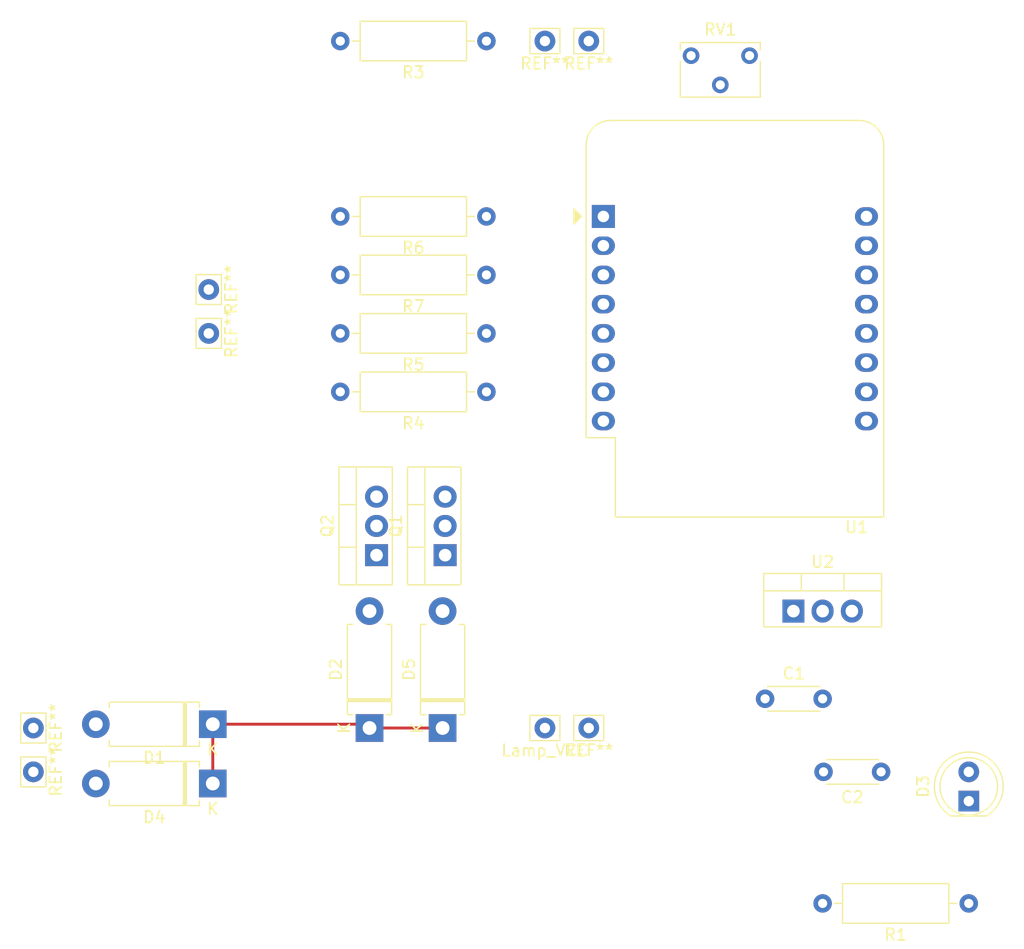
<source format=kicad_pcb>
(kicad_pcb (version 20171130) (host pcbnew "(5.1.5)-3")

  (general
    (thickness 1.6)
    (drawings 0)
    (tracks 5)
    (zones 0)
    (modules 26)
    (nets 25)
  )

  (page A4)
  (layers
    (0 F.Cu signal)
    (31 B.Cu signal)
    (32 B.Adhes user)
    (33 F.Adhes user)
    (34 B.Paste user)
    (35 F.Paste user)
    (36 B.SilkS user)
    (37 F.SilkS user)
    (38 B.Mask user)
    (39 F.Mask user)
    (40 Dwgs.User user)
    (41 Cmts.User user)
    (42 Eco1.User user)
    (43 Eco2.User user)
    (44 Edge.Cuts user)
    (45 Margin user)
    (46 B.CrtYd user)
    (47 F.CrtYd user)
    (48 B.Fab user)
    (49 F.Fab user)
  )

  (setup
    (last_trace_width 0.25)
    (trace_clearance 0.2)
    (zone_clearance 0.508)
    (zone_45_only no)
    (trace_min 0.2)
    (via_size 0.8)
    (via_drill 0.4)
    (via_min_size 0.4)
    (via_min_drill 0.3)
    (uvia_size 0.3)
    (uvia_drill 0.1)
    (uvias_allowed no)
    (uvia_min_size 0.2)
    (uvia_min_drill 0.1)
    (edge_width 0.05)
    (segment_width 0.2)
    (pcb_text_width 0.3)
    (pcb_text_size 1.5 1.5)
    (mod_edge_width 0.12)
    (mod_text_size 1 1)
    (mod_text_width 0.15)
    (pad_size 1.524 1.524)
    (pad_drill 0.762)
    (pad_to_mask_clearance 0.051)
    (solder_mask_min_width 0.25)
    (aux_axis_origin 0 0)
    (visible_elements FFFFFF7F)
    (pcbplotparams
      (layerselection 0x010fc_ffffffff)
      (usegerberextensions false)
      (usegerberattributes false)
      (usegerberadvancedattributes false)
      (creategerberjobfile false)
      (excludeedgelayer true)
      (linewidth 0.100000)
      (plotframeref false)
      (viasonmask false)
      (mode 1)
      (useauxorigin false)
      (hpglpennumber 1)
      (hpglpenspeed 20)
      (hpglpendiameter 15.000000)
      (psnegative false)
      (psa4output false)
      (plotreference true)
      (plotvalue true)
      (plotinvisibletext false)
      (padsonsilk false)
      (subtractmaskfromsilk false)
      (outputformat 1)
      (mirror false)
      (drillshape 1)
      (scaleselection 1)
      (outputdirectory ""))
  )

  (net 0 "")
  (net 1 GND)
  (net 2 Lamp_VCC)
  (net 3 "Net-(C2-Pad1)")
  (net 4 VCC)
  (net 5 "Net-(D3-Pad1)")
  (net 6 "Net-(D4-Pad2)")
  (net 7 Lamp_GND)
  (net 8 "Net-(Q1-Pad1)")
  (net 9 "Net-(Q2-Pad1)")
  (net 10 "Net-(R3-Pad1)")
  (net 11 "Net-(R4-Pad1)")
  (net 12 "Net-(R6-Pad1)")
  (net 13 "Net-(RV1-Pad2)")
  (net 14 "Net-(R2-Pad2)")
  (net 15 "Net-(U1-Pad16)")
  (net 16 "Net-(U1-Pad15)")
  (net 17 "Net-(U1-Pad14)")
  (net 18 "Net-(U1-Pad13)")
  (net 19 "Net-(U1-Pad12)")
  (net 20 "Net-(U1-Pad11)")
  (net 21 "Net-(U1-Pad8)")
  (net 22 "Net-(U1-Pad7)")
  (net 23 "Net-(U1-Pad6)")
  (net 24 "Net-(U1-Pad1)")

  (net_class Default "This is the default net class."
    (clearance 0.2)
    (trace_width 0.25)
    (via_dia 0.8)
    (via_drill 0.4)
    (uvia_dia 0.3)
    (uvia_drill 0.1)
    (add_net GND)
    (add_net Lamp_GND)
    (add_net Lamp_VCC)
    (add_net "Net-(C2-Pad1)")
    (add_net "Net-(D3-Pad1)")
    (add_net "Net-(D4-Pad2)")
    (add_net "Net-(Q1-Pad1)")
    (add_net "Net-(Q2-Pad1)")
    (add_net "Net-(R2-Pad2)")
    (add_net "Net-(R3-Pad1)")
    (add_net "Net-(R4-Pad1)")
    (add_net "Net-(R6-Pad1)")
    (add_net "Net-(RV1-Pad2)")
    (add_net "Net-(U1-Pad1)")
    (add_net "Net-(U1-Pad11)")
    (add_net "Net-(U1-Pad12)")
    (add_net "Net-(U1-Pad13)")
    (add_net "Net-(U1-Pad14)")
    (add_net "Net-(U1-Pad15)")
    (add_net "Net-(U1-Pad16)")
    (add_net "Net-(U1-Pad6)")
    (add_net "Net-(U1-Pad7)")
    (add_net "Net-(U1-Pad8)")
    (add_net VCC)
  )

  (module Connector_Pin:Pin_D0.9mm_L10.0mm_W2.4mm_FlatFork (layer F.Cu) (tedit 5A1DC084) (tstamp 5FC4CD80)
    (at 106.68 62.23)
    (descr "solder Pin_ with flat fork, hole diameter 0.9mm, length 10.0mm, width 2.4mm")
    (tags "solder Pin_ with flat fork")
    (fp_text reference REF** (at 0 1.95) (layer F.SilkS)
      (effects (font (size 1 1) (thickness 0.15)))
    )
    (fp_text value Pin_D0.9mm_L10.0mm_W2.4mm_FlatFork (at 0 -2.05) (layer F.Fab)
      (effects (font (size 1 1) (thickness 0.15)))
    )
    (fp_text user %R (at 0 1.95) (layer F.Fab)
      (effects (font (size 1 1) (thickness 0.15)))
    )
    (fp_line (start -1.3 -1.1) (end -1.3 0.6) (layer F.SilkS) (width 0.12))
    (fp_line (start -1.3 0.6) (end -1.3 1.1) (layer F.SilkS) (width 0.12))
    (fp_line (start -1.3 1.1) (end 1.3 1.1) (layer F.SilkS) (width 0.12))
    (fp_line (start 1.3 1.1) (end 1.3 -1.1) (layer F.SilkS) (width 0.12))
    (fp_line (start 1.3 -1.1) (end -1.3 -1.1) (layer F.SilkS) (width 0.12))
    (fp_line (start -1.2 -0.25) (end -1.2 0.25) (layer F.Fab) (width 0.12))
    (fp_line (start -1.2 0.25) (end 1.2 0.25) (layer F.Fab) (width 0.12))
    (fp_line (start 1.2 0.25) (end 1.2 -0.25) (layer F.Fab) (width 0.12))
    (fp_line (start 1.2 -0.25) (end -1.2 -0.25) (layer F.Fab) (width 0.12))
    (fp_line (start -1.7 -1.4) (end 1.7 -1.4) (layer F.CrtYd) (width 0.05))
    (fp_line (start -1.7 -1.4) (end -1.7 1.4) (layer F.CrtYd) (width 0.05))
    (fp_line (start 1.7 1.4) (end 1.7 -1.4) (layer F.CrtYd) (width 0.05))
    (fp_line (start 1.7 1.4) (end -1.7 1.4) (layer F.CrtYd) (width 0.05))
    (pad 1 thru_hole circle (at 0 0) (size 1.8 1.8) (drill 0.9) (layers *.Cu *.Mask))
    (model ${KISYS3DMOD}/Connector_Pin.3dshapes/Pin_D0.9mm_L10.0mm_W2.4mm_FlatFork.wrl
      (at (xyz 0 0 0))
      (scale (xyz 1 1 1))
      (rotate (xyz 0 0 0))
    )
  )

  (module Connector_Pin:Pin_D0.9mm_L10.0mm_W2.4mm_FlatFork (layer F.Cu) (tedit 5A1DC084) (tstamp 5FC4CD6E)
    (at 110.49 62.23)
    (descr "solder Pin_ with flat fork, hole diameter 0.9mm, length 10.0mm, width 2.4mm")
    (tags "solder Pin_ with flat fork")
    (fp_text reference REF** (at 0 1.95) (layer F.SilkS)
      (effects (font (size 1 1) (thickness 0.15)))
    )
    (fp_text value Pin_D0.9mm_L10.0mm_W2.4mm_FlatFork (at 0 -2.05) (layer F.Fab)
      (effects (font (size 1 1) (thickness 0.15)))
    )
    (fp_text user %R (at 0 1.95) (layer F.Fab)
      (effects (font (size 1 1) (thickness 0.15)))
    )
    (fp_line (start -1.3 -1.1) (end -1.3 0.6) (layer F.SilkS) (width 0.12))
    (fp_line (start -1.3 0.6) (end -1.3 1.1) (layer F.SilkS) (width 0.12))
    (fp_line (start -1.3 1.1) (end 1.3 1.1) (layer F.SilkS) (width 0.12))
    (fp_line (start 1.3 1.1) (end 1.3 -1.1) (layer F.SilkS) (width 0.12))
    (fp_line (start 1.3 -1.1) (end -1.3 -1.1) (layer F.SilkS) (width 0.12))
    (fp_line (start -1.2 -0.25) (end -1.2 0.25) (layer F.Fab) (width 0.12))
    (fp_line (start -1.2 0.25) (end 1.2 0.25) (layer F.Fab) (width 0.12))
    (fp_line (start 1.2 0.25) (end 1.2 -0.25) (layer F.Fab) (width 0.12))
    (fp_line (start 1.2 -0.25) (end -1.2 -0.25) (layer F.Fab) (width 0.12))
    (fp_line (start -1.7 -1.4) (end 1.7 -1.4) (layer F.CrtYd) (width 0.05))
    (fp_line (start -1.7 -1.4) (end -1.7 1.4) (layer F.CrtYd) (width 0.05))
    (fp_line (start 1.7 1.4) (end 1.7 -1.4) (layer F.CrtYd) (width 0.05))
    (fp_line (start 1.7 1.4) (end -1.7 1.4) (layer F.CrtYd) (width 0.05))
    (pad 1 thru_hole circle (at 0 0) (size 1.8 1.8) (drill 0.9) (layers *.Cu *.Mask))
    (model ${KISYS3DMOD}/Connector_Pin.3dshapes/Pin_D0.9mm_L10.0mm_W2.4mm_FlatFork.wrl
      (at (xyz 0 0 0))
      (scale (xyz 1 1 1))
      (rotate (xyz 0 0 0))
    )
  )

  (module Connector_Pin:Pin_D0.9mm_L10.0mm_W2.4mm_FlatFork (layer F.Cu) (tedit 5A1DC084) (tstamp 5FC4CD80)
    (at 77.47 87.63 90)
    (descr "solder Pin_ with flat fork, hole diameter 0.9mm, length 10.0mm, width 2.4mm")
    (tags "solder Pin_ with flat fork")
    (fp_text reference REF** (at 0 1.95 90) (layer F.SilkS)
      (effects (font (size 1 1) (thickness 0.15)))
    )
    (fp_text value Pin_D0.9mm_L10.0mm_W2.4mm_FlatFork (at 0 -2.05 90) (layer F.Fab)
      (effects (font (size 1 1) (thickness 0.15)))
    )
    (fp_text user %R (at 0 1.95 90) (layer F.Fab)
      (effects (font (size 1 1) (thickness 0.15)))
    )
    (fp_line (start -1.3 -1.1) (end -1.3 0.6) (layer F.SilkS) (width 0.12))
    (fp_line (start -1.3 0.6) (end -1.3 1.1) (layer F.SilkS) (width 0.12))
    (fp_line (start -1.3 1.1) (end 1.3 1.1) (layer F.SilkS) (width 0.12))
    (fp_line (start 1.3 1.1) (end 1.3 -1.1) (layer F.SilkS) (width 0.12))
    (fp_line (start 1.3 -1.1) (end -1.3 -1.1) (layer F.SilkS) (width 0.12))
    (fp_line (start -1.2 -0.25) (end -1.2 0.25) (layer F.Fab) (width 0.12))
    (fp_line (start -1.2 0.25) (end 1.2 0.25) (layer F.Fab) (width 0.12))
    (fp_line (start 1.2 0.25) (end 1.2 -0.25) (layer F.Fab) (width 0.12))
    (fp_line (start 1.2 -0.25) (end -1.2 -0.25) (layer F.Fab) (width 0.12))
    (fp_line (start -1.7 -1.4) (end 1.7 -1.4) (layer F.CrtYd) (width 0.05))
    (fp_line (start -1.7 -1.4) (end -1.7 1.4) (layer F.CrtYd) (width 0.05))
    (fp_line (start 1.7 1.4) (end 1.7 -1.4) (layer F.CrtYd) (width 0.05))
    (fp_line (start 1.7 1.4) (end -1.7 1.4) (layer F.CrtYd) (width 0.05))
    (pad 1 thru_hole circle (at 0 0 90) (size 1.8 1.8) (drill 0.9) (layers *.Cu *.Mask))
    (model ${KISYS3DMOD}/Connector_Pin.3dshapes/Pin_D0.9mm_L10.0mm_W2.4mm_FlatFork.wrl
      (at (xyz 0 0 0))
      (scale (xyz 1 1 1))
      (rotate (xyz 0 0 0))
    )
  )

  (module Connector_Pin:Pin_D0.9mm_L10.0mm_W2.4mm_FlatFork (layer F.Cu) (tedit 5A1DC084) (tstamp 5FC4CD6E)
    (at 77.47 83.82 90)
    (descr "solder Pin_ with flat fork, hole diameter 0.9mm, length 10.0mm, width 2.4mm")
    (tags "solder Pin_ with flat fork")
    (fp_text reference REF** (at 0 1.95 90) (layer F.SilkS)
      (effects (font (size 1 1) (thickness 0.15)))
    )
    (fp_text value Pin_D0.9mm_L10.0mm_W2.4mm_FlatFork (at 0 -2.05 90) (layer F.Fab)
      (effects (font (size 1 1) (thickness 0.15)))
    )
    (fp_text user %R (at 0 1.95 90) (layer F.Fab)
      (effects (font (size 1 1) (thickness 0.15)))
    )
    (fp_line (start -1.3 -1.1) (end -1.3 0.6) (layer F.SilkS) (width 0.12))
    (fp_line (start -1.3 0.6) (end -1.3 1.1) (layer F.SilkS) (width 0.12))
    (fp_line (start -1.3 1.1) (end 1.3 1.1) (layer F.SilkS) (width 0.12))
    (fp_line (start 1.3 1.1) (end 1.3 -1.1) (layer F.SilkS) (width 0.12))
    (fp_line (start 1.3 -1.1) (end -1.3 -1.1) (layer F.SilkS) (width 0.12))
    (fp_line (start -1.2 -0.25) (end -1.2 0.25) (layer F.Fab) (width 0.12))
    (fp_line (start -1.2 0.25) (end 1.2 0.25) (layer F.Fab) (width 0.12))
    (fp_line (start 1.2 0.25) (end 1.2 -0.25) (layer F.Fab) (width 0.12))
    (fp_line (start 1.2 -0.25) (end -1.2 -0.25) (layer F.Fab) (width 0.12))
    (fp_line (start -1.7 -1.4) (end 1.7 -1.4) (layer F.CrtYd) (width 0.05))
    (fp_line (start -1.7 -1.4) (end -1.7 1.4) (layer F.CrtYd) (width 0.05))
    (fp_line (start 1.7 1.4) (end 1.7 -1.4) (layer F.CrtYd) (width 0.05))
    (fp_line (start 1.7 1.4) (end -1.7 1.4) (layer F.CrtYd) (width 0.05))
    (pad 1 thru_hole circle (at 0 0 90) (size 1.8 1.8) (drill 0.9) (layers *.Cu *.Mask))
    (model ${KISYS3DMOD}/Connector_Pin.3dshapes/Pin_D0.9mm_L10.0mm_W2.4mm_FlatFork.wrl
      (at (xyz 0 0 0))
      (scale (xyz 1 1 1))
      (rotate (xyz 0 0 0))
    )
  )

  (module Connector_Pin:Pin_D0.9mm_L10.0mm_W2.4mm_FlatFork (layer F.Cu) (tedit 5A1DC084) (tstamp 5FC4CD80)
    (at 62.23 125.73 90)
    (descr "solder Pin_ with flat fork, hole diameter 0.9mm, length 10.0mm, width 2.4mm")
    (tags "solder Pin_ with flat fork")
    (fp_text reference REF** (at 0 1.95 90) (layer F.SilkS)
      (effects (font (size 1 1) (thickness 0.15)))
    )
    (fp_text value Pin_D0.9mm_L10.0mm_W2.4mm_FlatFork (at 0 -2.05 90) (layer F.Fab)
      (effects (font (size 1 1) (thickness 0.15)))
    )
    (fp_text user %R (at 0 1.95 90) (layer F.Fab)
      (effects (font (size 1 1) (thickness 0.15)))
    )
    (fp_line (start -1.3 -1.1) (end -1.3 0.6) (layer F.SilkS) (width 0.12))
    (fp_line (start -1.3 0.6) (end -1.3 1.1) (layer F.SilkS) (width 0.12))
    (fp_line (start -1.3 1.1) (end 1.3 1.1) (layer F.SilkS) (width 0.12))
    (fp_line (start 1.3 1.1) (end 1.3 -1.1) (layer F.SilkS) (width 0.12))
    (fp_line (start 1.3 -1.1) (end -1.3 -1.1) (layer F.SilkS) (width 0.12))
    (fp_line (start -1.2 -0.25) (end -1.2 0.25) (layer F.Fab) (width 0.12))
    (fp_line (start -1.2 0.25) (end 1.2 0.25) (layer F.Fab) (width 0.12))
    (fp_line (start 1.2 0.25) (end 1.2 -0.25) (layer F.Fab) (width 0.12))
    (fp_line (start 1.2 -0.25) (end -1.2 -0.25) (layer F.Fab) (width 0.12))
    (fp_line (start -1.7 -1.4) (end 1.7 -1.4) (layer F.CrtYd) (width 0.05))
    (fp_line (start -1.7 -1.4) (end -1.7 1.4) (layer F.CrtYd) (width 0.05))
    (fp_line (start 1.7 1.4) (end 1.7 -1.4) (layer F.CrtYd) (width 0.05))
    (fp_line (start 1.7 1.4) (end -1.7 1.4) (layer F.CrtYd) (width 0.05))
    (pad 1 thru_hole circle (at 0 0 90) (size 1.8 1.8) (drill 0.9) (layers *.Cu *.Mask))
    (model ${KISYS3DMOD}/Connector_Pin.3dshapes/Pin_D0.9mm_L10.0mm_W2.4mm_FlatFork.wrl
      (at (xyz 0 0 0))
      (scale (xyz 1 1 1))
      (rotate (xyz 0 0 0))
    )
  )

  (module Connector_Pin:Pin_D0.9mm_L10.0mm_W2.4mm_FlatFork (layer F.Cu) (tedit 5A1DC084) (tstamp 5FC4CD6E)
    (at 62.23 121.92 90)
    (descr "solder Pin_ with flat fork, hole diameter 0.9mm, length 10.0mm, width 2.4mm")
    (tags "solder Pin_ with flat fork")
    (fp_text reference REF** (at 0 1.95 90) (layer F.SilkS)
      (effects (font (size 1 1) (thickness 0.15)))
    )
    (fp_text value Pin_D0.9mm_L10.0mm_W2.4mm_FlatFork (at 0 -2.05 90) (layer F.Fab)
      (effects (font (size 1 1) (thickness 0.15)))
    )
    (fp_text user %R (at 0 1.95 90) (layer F.Fab)
      (effects (font (size 1 1) (thickness 0.15)))
    )
    (fp_line (start -1.3 -1.1) (end -1.3 0.6) (layer F.SilkS) (width 0.12))
    (fp_line (start -1.3 0.6) (end -1.3 1.1) (layer F.SilkS) (width 0.12))
    (fp_line (start -1.3 1.1) (end 1.3 1.1) (layer F.SilkS) (width 0.12))
    (fp_line (start 1.3 1.1) (end 1.3 -1.1) (layer F.SilkS) (width 0.12))
    (fp_line (start 1.3 -1.1) (end -1.3 -1.1) (layer F.SilkS) (width 0.12))
    (fp_line (start -1.2 -0.25) (end -1.2 0.25) (layer F.Fab) (width 0.12))
    (fp_line (start -1.2 0.25) (end 1.2 0.25) (layer F.Fab) (width 0.12))
    (fp_line (start 1.2 0.25) (end 1.2 -0.25) (layer F.Fab) (width 0.12))
    (fp_line (start 1.2 -0.25) (end -1.2 -0.25) (layer F.Fab) (width 0.12))
    (fp_line (start -1.7 -1.4) (end 1.7 -1.4) (layer F.CrtYd) (width 0.05))
    (fp_line (start -1.7 -1.4) (end -1.7 1.4) (layer F.CrtYd) (width 0.05))
    (fp_line (start 1.7 1.4) (end 1.7 -1.4) (layer F.CrtYd) (width 0.05))
    (fp_line (start 1.7 1.4) (end -1.7 1.4) (layer F.CrtYd) (width 0.05))
    (pad 1 thru_hole circle (at 0 0 90) (size 1.8 1.8) (drill 0.9) (layers *.Cu *.Mask))
    (model ${KISYS3DMOD}/Connector_Pin.3dshapes/Pin_D0.9mm_L10.0mm_W2.4mm_FlatFork.wrl
      (at (xyz 0 0 0))
      (scale (xyz 1 1 1))
      (rotate (xyz 0 0 0))
    )
  )

  (module Connector_Pin:Pin_D0.9mm_L10.0mm_W2.4mm_FlatFork (layer F.Cu) (tedit 5A1DC084) (tstamp 5FC4CD6D)
    (at 110.49 121.92)
    (descr "solder Pin_ with flat fork, hole diameter 0.9mm, length 10.0mm, width 2.4mm")
    (tags "solder Pin_ with flat fork")
    (fp_text reference REF** (at 0 1.95) (layer F.SilkS)
      (effects (font (size 1 1) (thickness 0.15)))
    )
    (fp_text value Pin_D0.9mm_L10.0mm_W2.4mm_FlatFork (at 0 -2.05) (layer F.Fab)
      (effects (font (size 1 1) (thickness 0.15)))
    )
    (fp_line (start 1.7 1.4) (end -1.7 1.4) (layer F.CrtYd) (width 0.05))
    (fp_line (start 1.7 1.4) (end 1.7 -1.4) (layer F.CrtYd) (width 0.05))
    (fp_line (start -1.7 -1.4) (end -1.7 1.4) (layer F.CrtYd) (width 0.05))
    (fp_line (start -1.7 -1.4) (end 1.7 -1.4) (layer F.CrtYd) (width 0.05))
    (fp_line (start 1.2 -0.25) (end -1.2 -0.25) (layer F.Fab) (width 0.12))
    (fp_line (start 1.2 0.25) (end 1.2 -0.25) (layer F.Fab) (width 0.12))
    (fp_line (start -1.2 0.25) (end 1.2 0.25) (layer F.Fab) (width 0.12))
    (fp_line (start -1.2 -0.25) (end -1.2 0.25) (layer F.Fab) (width 0.12))
    (fp_line (start 1.3 -1.1) (end -1.3 -1.1) (layer F.SilkS) (width 0.12))
    (fp_line (start 1.3 1.1) (end 1.3 -1.1) (layer F.SilkS) (width 0.12))
    (fp_line (start -1.3 1.1) (end 1.3 1.1) (layer F.SilkS) (width 0.12))
    (fp_line (start -1.3 0.6) (end -1.3 1.1) (layer F.SilkS) (width 0.12))
    (fp_line (start -1.3 -1.1) (end -1.3 0.6) (layer F.SilkS) (width 0.12))
    (fp_text user %R (at 0 1.95) (layer F.Fab)
      (effects (font (size 1 1) (thickness 0.15)))
    )
    (pad 1 thru_hole circle (at 0 0) (size 1.8 1.8) (drill 0.9) (layers *.Cu *.Mask))
    (model ${KISYS3DMOD}/Connector_Pin.3dshapes/Pin_D0.9mm_L10.0mm_W2.4mm_FlatFork.wrl
      (at (xyz 0 0 0))
      (scale (xyz 1 1 1))
      (rotate (xyz 0 0 0))
    )
  )

  (module Connector_Pin:Pin_D0.9mm_L10.0mm_W2.4mm_FlatFork (layer F.Cu) (tedit 5A1DC084) (tstamp 5FC4CD12)
    (at 106.68 121.92)
    (descr "solder Pin_ with flat fork, hole diameter 0.9mm, length 10.0mm, width 2.4mm")
    (tags "solder Pin_ with flat fork")
    (fp_text reference Lamp_VCC (at 0 1.95) (layer F.SilkS)
      (effects (font (size 1 1) (thickness 0.15)))
    )
    (fp_text value Pin_D0.9mm_L10.0mm_W2.4mm_FlatFork (at 0 -2.05) (layer F.Fab)
      (effects (font (size 1 1) (thickness 0.15)))
    )
    (fp_line (start 1.7 1.4) (end -1.7 1.4) (layer F.CrtYd) (width 0.05))
    (fp_line (start 1.7 1.4) (end 1.7 -1.4) (layer F.CrtYd) (width 0.05))
    (fp_line (start -1.7 -1.4) (end -1.7 1.4) (layer F.CrtYd) (width 0.05))
    (fp_line (start -1.7 -1.4) (end 1.7 -1.4) (layer F.CrtYd) (width 0.05))
    (fp_line (start 1.2 -0.25) (end -1.2 -0.25) (layer F.Fab) (width 0.12))
    (fp_line (start 1.2 0.25) (end 1.2 -0.25) (layer F.Fab) (width 0.12))
    (fp_line (start -1.2 0.25) (end 1.2 0.25) (layer F.Fab) (width 0.12))
    (fp_line (start -1.2 -0.25) (end -1.2 0.25) (layer F.Fab) (width 0.12))
    (fp_line (start 1.3 -1.1) (end -1.3 -1.1) (layer F.SilkS) (width 0.12))
    (fp_line (start 1.3 1.1) (end 1.3 -1.1) (layer F.SilkS) (width 0.12))
    (fp_line (start -1.3 1.1) (end 1.3 1.1) (layer F.SilkS) (width 0.12))
    (fp_line (start -1.3 0.6) (end -1.3 1.1) (layer F.SilkS) (width 0.12))
    (fp_line (start -1.3 -1.1) (end -1.3 0.6) (layer F.SilkS) (width 0.12))
    (fp_text user %R (at 0 1.95) (layer F.Fab)
      (effects (font (size 1 1) (thickness 0.15)))
    )
    (pad 1 thru_hole circle (at 0 0) (size 1.8 1.8) (drill 0.9) (layers *.Cu *.Mask))
    (model ${KISYS3DMOD}/Connector_Pin.3dshapes/Pin_D0.9mm_L10.0mm_W2.4mm_FlatFork.wrl
      (at (xyz 0 0 0))
      (scale (xyz 1 1 1))
      (rotate (xyz 0 0 0))
    )
  )

  (module Package_TO_SOT_THT:TO-220-3_Vertical (layer F.Cu) (tedit 5AC8BA0D) (tstamp 5FC4BCCB)
    (at 128.27 111.76)
    (descr "TO-220-3, Vertical, RM 2.54mm, see https://www.vishay.com/docs/66542/to-220-1.pdf")
    (tags "TO-220-3 Vertical RM 2.54mm")
    (path /5FC46C54)
    (fp_text reference U2 (at 2.54 -4.27) (layer F.SilkS)
      (effects (font (size 1 1) (thickness 0.15)))
    )
    (fp_text value L7805 (at 2.54 2.5) (layer F.Fab)
      (effects (font (size 1 1) (thickness 0.15)))
    )
    (fp_text user %R (at 2.54 -4.27) (layer F.Fab)
      (effects (font (size 1 1) (thickness 0.15)))
    )
    (fp_line (start 7.79 -3.4) (end -2.71 -3.4) (layer F.CrtYd) (width 0.05))
    (fp_line (start 7.79 1.51) (end 7.79 -3.4) (layer F.CrtYd) (width 0.05))
    (fp_line (start -2.71 1.51) (end 7.79 1.51) (layer F.CrtYd) (width 0.05))
    (fp_line (start -2.71 -3.4) (end -2.71 1.51) (layer F.CrtYd) (width 0.05))
    (fp_line (start 4.391 -3.27) (end 4.391 -1.76) (layer F.SilkS) (width 0.12))
    (fp_line (start 0.69 -3.27) (end 0.69 -1.76) (layer F.SilkS) (width 0.12))
    (fp_line (start -2.58 -1.76) (end 7.66 -1.76) (layer F.SilkS) (width 0.12))
    (fp_line (start 7.66 -3.27) (end 7.66 1.371) (layer F.SilkS) (width 0.12))
    (fp_line (start -2.58 -3.27) (end -2.58 1.371) (layer F.SilkS) (width 0.12))
    (fp_line (start -2.58 1.371) (end 7.66 1.371) (layer F.SilkS) (width 0.12))
    (fp_line (start -2.58 -3.27) (end 7.66 -3.27) (layer F.SilkS) (width 0.12))
    (fp_line (start 4.39 -3.15) (end 4.39 -1.88) (layer F.Fab) (width 0.1))
    (fp_line (start 0.69 -3.15) (end 0.69 -1.88) (layer F.Fab) (width 0.1))
    (fp_line (start -2.46 -1.88) (end 7.54 -1.88) (layer F.Fab) (width 0.1))
    (fp_line (start 7.54 -3.15) (end -2.46 -3.15) (layer F.Fab) (width 0.1))
    (fp_line (start 7.54 1.25) (end 7.54 -3.15) (layer F.Fab) (width 0.1))
    (fp_line (start -2.46 1.25) (end 7.54 1.25) (layer F.Fab) (width 0.1))
    (fp_line (start -2.46 -3.15) (end -2.46 1.25) (layer F.Fab) (width 0.1))
    (pad 3 thru_hole oval (at 5.08 0) (size 1.905 2) (drill 1.1) (layers *.Cu *.Mask)
      (net 3 "Net-(C2-Pad1)"))
    (pad 2 thru_hole oval (at 2.54 0) (size 1.905 2) (drill 1.1) (layers *.Cu *.Mask)
      (net 1 GND))
    (pad 1 thru_hole rect (at 0 0) (size 1.905 2) (drill 1.1) (layers *.Cu *.Mask)
      (net 2 Lamp_VCC))
    (model ${KISYS3DMOD}/Package_TO_SOT_THT.3dshapes/TO-220-3_Vertical.wrl
      (at (xyz 0 0 0))
      (scale (xyz 1 1 1))
      (rotate (xyz 0 0 0))
    )
  )

  (module Module:WEMOS_D1_mini_light (layer F.Cu) (tedit 5BBFB1CE) (tstamp 5FC4BCB1)
    (at 111.76 77.47)
    (descr "16-pin module, column spacing 22.86 mm (900 mils), https://wiki.wemos.cc/products:d1:d1_mini, https://c1.staticflickr.com/1/734/31400410271_f278b087db_z.jpg")
    (tags "ESP8266 WiFi microcontroller")
    (path /5FC3FBB4)
    (fp_text reference U1 (at 22 27) (layer F.SilkS)
      (effects (font (size 1 1) (thickness 0.15)))
    )
    (fp_text value WeMos_D1_mini (at 11.7 0) (layer F.Fab)
      (effects (font (size 1 1) (thickness 0.15)))
    )
    (fp_text user "No copper" (at 11.43 -3.81) (layer Cmts.User)
      (effects (font (size 1 1) (thickness 0.15)))
    )
    (fp_text user "KEEP OUT" (at 11.43 -6.35) (layer Cmts.User)
      (effects (font (size 1 1) (thickness 0.15)))
    )
    (fp_arc (start 22.23 -6.21) (end 24.36 -6.21) (angle -90) (layer F.SilkS) (width 0.12))
    (fp_arc (start 0.63 -6.21) (end 0.63 -8.34) (angle -90) (layer F.SilkS) (width 0.12))
    (fp_line (start 1.04 19.22) (end 1.04 26.12) (layer F.SilkS) (width 0.12))
    (fp_line (start -1.5 19.22) (end 1.04 19.22) (layer F.SilkS) (width 0.12))
    (fp_arc (start 22.23 -6.21) (end 24.23 -6.19) (angle -90) (layer F.Fab) (width 0.1))
    (fp_arc (start 0.63 -6.21) (end 0.63 -8.21) (angle -90) (layer F.Fab) (width 0.1))
    (fp_line (start -0.37 0) (end -1.37 -1) (layer F.Fab) (width 0.1))
    (fp_line (start -1.37 1) (end -0.37 0) (layer F.Fab) (width 0.1))
    (fp_line (start -1.37 -6.21) (end -1.37 -1) (layer F.Fab) (width 0.1))
    (fp_line (start 1.17 19.09) (end 1.17 25.99) (layer F.Fab) (width 0.1))
    (fp_line (start -1.37 19.09) (end 1.17 19.09) (layer F.Fab) (width 0.1))
    (fp_line (start -1.35 -7.4) (end -0.55 -8.2) (layer Dwgs.User) (width 0.1))
    (fp_line (start -1.3 -5.45) (end 1.45 -8.2) (layer Dwgs.User) (width 0.1))
    (fp_line (start -1.35 -3.4) (end 3.45 -8.2) (layer Dwgs.User) (width 0.1))
    (fp_line (start 22.65 -1.4) (end 24.25 -3) (layer Dwgs.User) (width 0.1))
    (fp_line (start 20.65 -1.4) (end 24.25 -5) (layer Dwgs.User) (width 0.1))
    (fp_line (start 18.65 -1.4) (end 24.25 -7) (layer Dwgs.User) (width 0.1))
    (fp_line (start 16.65 -1.4) (end 23.45 -8.2) (layer Dwgs.User) (width 0.1))
    (fp_line (start 14.65 -1.4) (end 21.45 -8.2) (layer Dwgs.User) (width 0.1))
    (fp_line (start 12.65 -1.4) (end 19.45 -8.2) (layer Dwgs.User) (width 0.1))
    (fp_line (start 10.65 -1.4) (end 17.45 -8.2) (layer Dwgs.User) (width 0.1))
    (fp_line (start 8.65 -1.4) (end 15.45 -8.2) (layer Dwgs.User) (width 0.1))
    (fp_line (start 6.65 -1.4) (end 13.45 -8.2) (layer Dwgs.User) (width 0.1))
    (fp_line (start 4.65 -1.4) (end 11.45 -8.2) (layer Dwgs.User) (width 0.1))
    (fp_line (start 2.65 -1.4) (end 9.45 -8.2) (layer Dwgs.User) (width 0.1))
    (fp_line (start 0.65 -1.4) (end 7.45 -8.2) (layer Dwgs.User) (width 0.1))
    (fp_line (start -1.35 -1.4) (end 5.45 -8.2) (layer Dwgs.User) (width 0.1))
    (fp_line (start -1.35 -8.2) (end -1.35 -1.4) (layer Dwgs.User) (width 0.1))
    (fp_line (start 24.25 -8.2) (end -1.35 -8.2) (layer Dwgs.User) (width 0.1))
    (fp_line (start 24.25 -1.4) (end 24.25 -8.2) (layer Dwgs.User) (width 0.1))
    (fp_line (start -1.35 -1.4) (end 24.25 -1.4) (layer Dwgs.User) (width 0.1))
    (fp_poly (pts (xy -2.54 -0.635) (xy -2.54 0.635) (xy -1.905 0)) (layer F.SilkS) (width 0.15))
    (fp_line (start -1.62 26.24) (end -1.62 -8.46) (layer F.CrtYd) (width 0.05))
    (fp_line (start 24.48 26.24) (end -1.62 26.24) (layer F.CrtYd) (width 0.05))
    (fp_line (start 24.48 -8.41) (end 24.48 26.24) (layer F.CrtYd) (width 0.05))
    (fp_line (start -1.62 -8.46) (end 24.48 -8.46) (layer F.CrtYd) (width 0.05))
    (fp_text user %R (at 11.43 10) (layer F.Fab)
      (effects (font (size 1 1) (thickness 0.15)))
    )
    (fp_line (start -1.37 1) (end -1.37 19.09) (layer F.Fab) (width 0.1))
    (fp_line (start 22.23 -8.21) (end 0.63 -8.21) (layer F.Fab) (width 0.1))
    (fp_line (start 24.23 25.99) (end 24.23 -6.21) (layer F.Fab) (width 0.1))
    (fp_line (start 1.17 25.99) (end 24.23 25.99) (layer F.Fab) (width 0.1))
    (fp_line (start 22.24 -8.34) (end 0.63 -8.34) (layer F.SilkS) (width 0.12))
    (fp_line (start 24.36 26.12) (end 24.36 -6.21) (layer F.SilkS) (width 0.12))
    (fp_line (start -1.5 19.22) (end -1.5 -6.21) (layer F.SilkS) (width 0.12))
    (fp_line (start 1.04 26.12) (end 24.36 26.12) (layer F.SilkS) (width 0.12))
    (pad 16 thru_hole oval (at 22.86 0) (size 2 1.6) (drill 1) (layers *.Cu *.Mask)
      (net 15 "Net-(U1-Pad16)"))
    (pad 15 thru_hole oval (at 22.86 2.54) (size 2 1.6) (drill 1) (layers *.Cu *.Mask)
      (net 16 "Net-(U1-Pad15)"))
    (pad 14 thru_hole oval (at 22.86 5.08) (size 2 1.6) (drill 1) (layers *.Cu *.Mask)
      (net 17 "Net-(U1-Pad14)"))
    (pad 13 thru_hole oval (at 22.86 7.62) (size 2 1.6) (drill 1) (layers *.Cu *.Mask)
      (net 18 "Net-(U1-Pad13)"))
    (pad 12 thru_hole oval (at 22.86 10.16) (size 2 1.6) (drill 1) (layers *.Cu *.Mask)
      (net 19 "Net-(U1-Pad12)"))
    (pad 11 thru_hole oval (at 22.86 12.7) (size 2 1.6) (drill 1) (layers *.Cu *.Mask)
      (net 20 "Net-(U1-Pad11)"))
    (pad 10 thru_hole oval (at 22.86 15.24) (size 2 1.6) (drill 1) (layers *.Cu *.Mask)
      (net 1 GND))
    (pad 9 thru_hole oval (at 22.86 17.78) (size 2 1.6) (drill 1) (layers *.Cu *.Mask)
      (net 3 "Net-(C2-Pad1)"))
    (pad 8 thru_hole oval (at 0 17.78) (size 2 1.6) (drill 1) (layers *.Cu *.Mask)
      (net 21 "Net-(U1-Pad8)"))
    (pad 7 thru_hole oval (at 0 15.24) (size 2 1.6) (drill 1) (layers *.Cu *.Mask)
      (net 22 "Net-(U1-Pad7)"))
    (pad 6 thru_hole oval (at 0 12.7) (size 2 1.6) (drill 1) (layers *.Cu *.Mask)
      (net 23 "Net-(U1-Pad6)"))
    (pad 5 thru_hole oval (at 0 10.16) (size 2 1.6) (drill 1) (layers *.Cu *.Mask)
      (net 11 "Net-(R4-Pad1)"))
    (pad 4 thru_hole oval (at 0 7.62) (size 2 1.6) (drill 1) (layers *.Cu *.Mask)
      (net 13 "Net-(RV1-Pad2)"))
    (pad 3 thru_hole oval (at 0 5.08) (size 2 1.6) (drill 1) (layers *.Cu *.Mask)
      (net 12 "Net-(R6-Pad1)"))
    (pad 1 thru_hole rect (at 0 0) (size 2 2) (drill 1) (layers *.Cu *.Mask)
      (net 24 "Net-(U1-Pad1)"))
    (pad 2 thru_hole oval (at 0 2.54) (size 2 1.6) (drill 1) (layers *.Cu *.Mask)
      (net 10 "Net-(R3-Pad1)"))
    (model ${KISYS3DMOD}/Module.3dshapes/WEMOS_D1_mini_light.wrl
      (at (xyz 0 0 0))
      (scale (xyz 1 1 1))
      (rotate (xyz 0 0 0))
    )
    (model ${KISYS3DMOD}/Connector_PinHeader_2.54mm.3dshapes/PinHeader_1x08_P2.54mm_Vertical.wrl
      (offset (xyz 0 0 9.5))
      (scale (xyz 1 1 1))
      (rotate (xyz 0 -180 0))
    )
    (model ${KISYS3DMOD}/Connector_PinHeader_2.54mm.3dshapes/PinHeader_1x08_P2.54mm_Vertical.wrl
      (offset (xyz 22.86 0 9.5))
      (scale (xyz 1 1 1))
      (rotate (xyz 0 -180 0))
    )
    (model ${KISYS3DMOD}/Connector_PinSocket_2.54mm.3dshapes/PinSocket_1x08_P2.54mm_Vertical.wrl
      (at (xyz 0 0 0))
      (scale (xyz 1 1 1))
      (rotate (xyz 0 0 0))
    )
    (model ${KISYS3DMOD}/Connector_PinSocket_2.54mm.3dshapes/PinSocket_1x08_P2.54mm_Vertical.wrl
      (offset (xyz 22.86 0 0))
      (scale (xyz 1 1 1))
      (rotate (xyz 0 0 0))
    )
  )

  (module Potentiometer_THT:Potentiometer_Bourns_3266W_Vertical (layer F.Cu) (tedit 5A3D4994) (tstamp 5FC4BC6E)
    (at 124.46 63.5)
    (descr "Potentiometer, vertical, Bourns 3266W, https://www.bourns.com/docs/Product-Datasheets/3266.pdf")
    (tags "Potentiometer vertical Bourns 3266W")
    (path /5FCDB433)
    (fp_text reference RV1 (at -2.54 -2.27) (layer F.SilkS)
      (effects (font (size 1 1) (thickness 0.15)))
    )
    (fp_text value "Trim 10k" (at -2.54 4.73) (layer F.Fab)
      (effects (font (size 1 1) (thickness 0.15)))
    )
    (fp_text user %R (at -3.175 1.23) (layer F.Fab)
      (effects (font (size 0.91 0.91) (thickness 0.15)))
    )
    (fp_line (start 1.1 -1.3) (end -6.15 -1.3) (layer F.CrtYd) (width 0.05))
    (fp_line (start 1.1 3.75) (end 1.1 -1.3) (layer F.CrtYd) (width 0.05))
    (fp_line (start -6.15 3.75) (end 1.1 3.75) (layer F.CrtYd) (width 0.05))
    (fp_line (start -6.15 -1.3) (end -6.15 3.75) (layer F.CrtYd) (width 0.05))
    (fp_line (start 0.935 0.495) (end 0.935 3.6) (layer F.SilkS) (width 0.12))
    (fp_line (start 0.935 -1.14) (end 0.935 -0.495) (layer F.SilkS) (width 0.12))
    (fp_line (start -6.015 0.495) (end -6.015 3.6) (layer F.SilkS) (width 0.12))
    (fp_line (start -6.015 -1.14) (end -6.015 -0.495) (layer F.SilkS) (width 0.12))
    (fp_line (start -6.015 3.6) (end 0.935 3.6) (layer F.SilkS) (width 0.12))
    (fp_line (start -6.015 -1.14) (end 0.935 -1.14) (layer F.SilkS) (width 0.12))
    (fp_line (start -0.455 3.092) (end -0.454 1.329) (layer F.Fab) (width 0.1))
    (fp_line (start -0.455 3.092) (end -0.454 1.329) (layer F.Fab) (width 0.1))
    (fp_line (start 0.815 -1.02) (end -5.895 -1.02) (layer F.Fab) (width 0.1))
    (fp_line (start 0.815 3.48) (end 0.815 -1.02) (layer F.Fab) (width 0.1))
    (fp_line (start -5.895 3.48) (end 0.815 3.48) (layer F.Fab) (width 0.1))
    (fp_line (start -5.895 -1.02) (end -5.895 3.48) (layer F.Fab) (width 0.1))
    (fp_circle (center -0.455 2.21) (end 0.435 2.21) (layer F.Fab) (width 0.1))
    (pad 3 thru_hole circle (at -5.08 0) (size 1.44 1.44) (drill 0.8) (layers *.Cu *.Mask)
      (net 1 GND))
    (pad 2 thru_hole circle (at -2.54 2.54) (size 1.44 1.44) (drill 0.8) (layers *.Cu *.Mask)
      (net 13 "Net-(RV1-Pad2)"))
    (pad 1 thru_hole circle (at 0 0) (size 1.44 1.44) (drill 0.8) (layers *.Cu *.Mask)
      (net 14 "Net-(R2-Pad2)"))
    (model ${KISYS3DMOD}/Potentiometer_THT.3dshapes/Potentiometer_Bourns_3266W_Vertical.wrl
      (at (xyz 0 0 0))
      (scale (xyz 1 1 1))
      (rotate (xyz 0 0 0))
    )
  )

  (module Resistor_THT:R_Axial_DIN0309_L9.0mm_D3.2mm_P12.70mm_Horizontal (layer F.Cu) (tedit 5AE5139B) (tstamp 5FC4BC55)
    (at 101.6 82.55 180)
    (descr "Resistor, Axial_DIN0309 series, Axial, Horizontal, pin pitch=12.7mm, 0.5W = 1/2W, length*diameter=9*3.2mm^2, http://cdn-reichelt.de/documents/datenblatt/B400/1_4W%23YAG.pdf")
    (tags "Resistor Axial_DIN0309 series Axial Horizontal pin pitch 12.7mm 0.5W = 1/2W length 9mm diameter 3.2mm")
    (path /5FCA168A)
    (fp_text reference R7 (at 6.35 -2.72) (layer F.SilkS)
      (effects (font (size 1 1) (thickness 0.15)))
    )
    (fp_text value 100ohm (at 6.35 2.72) (layer F.Fab)
      (effects (font (size 1 1) (thickness 0.15)))
    )
    (fp_text user %R (at 6.35 0) (layer F.Fab)
      (effects (font (size 1 1) (thickness 0.15)))
    )
    (fp_line (start 13.75 -1.85) (end -1.05 -1.85) (layer F.CrtYd) (width 0.05))
    (fp_line (start 13.75 1.85) (end 13.75 -1.85) (layer F.CrtYd) (width 0.05))
    (fp_line (start -1.05 1.85) (end 13.75 1.85) (layer F.CrtYd) (width 0.05))
    (fp_line (start -1.05 -1.85) (end -1.05 1.85) (layer F.CrtYd) (width 0.05))
    (fp_line (start 11.66 0) (end 10.97 0) (layer F.SilkS) (width 0.12))
    (fp_line (start 1.04 0) (end 1.73 0) (layer F.SilkS) (width 0.12))
    (fp_line (start 10.97 -1.72) (end 1.73 -1.72) (layer F.SilkS) (width 0.12))
    (fp_line (start 10.97 1.72) (end 10.97 -1.72) (layer F.SilkS) (width 0.12))
    (fp_line (start 1.73 1.72) (end 10.97 1.72) (layer F.SilkS) (width 0.12))
    (fp_line (start 1.73 -1.72) (end 1.73 1.72) (layer F.SilkS) (width 0.12))
    (fp_line (start 12.7 0) (end 10.85 0) (layer F.Fab) (width 0.1))
    (fp_line (start 0 0) (end 1.85 0) (layer F.Fab) (width 0.1))
    (fp_line (start 10.85 -1.6) (end 1.85 -1.6) (layer F.Fab) (width 0.1))
    (fp_line (start 10.85 1.6) (end 10.85 -1.6) (layer F.Fab) (width 0.1))
    (fp_line (start 1.85 1.6) (end 10.85 1.6) (layer F.Fab) (width 0.1))
    (fp_line (start 1.85 -1.6) (end 1.85 1.6) (layer F.Fab) (width 0.1))
    (pad 2 thru_hole oval (at 12.7 0 180) (size 1.6 1.6) (drill 0.8) (layers *.Cu *.Mask)
      (net 9 "Net-(Q2-Pad1)"))
    (pad 1 thru_hole circle (at 0 0 180) (size 1.6 1.6) (drill 0.8) (layers *.Cu *.Mask)
      (net 12 "Net-(R6-Pad1)"))
    (model ${KISYS3DMOD}/Resistor_THT.3dshapes/R_Axial_DIN0309_L9.0mm_D3.2mm_P12.70mm_Horizontal.wrl
      (at (xyz 0 0 0))
      (scale (xyz 1 1 1))
      (rotate (xyz 0 0 0))
    )
  )

  (module Resistor_THT:R_Axial_DIN0309_L9.0mm_D3.2mm_P12.70mm_Horizontal (layer F.Cu) (tedit 5AE5139B) (tstamp 5FC4BC3E)
    (at 101.6 77.47 180)
    (descr "Resistor, Axial_DIN0309 series, Axial, Horizontal, pin pitch=12.7mm, 0.5W = 1/2W, length*diameter=9*3.2mm^2, http://cdn-reichelt.de/documents/datenblatt/B400/1_4W%23YAG.pdf")
    (tags "Resistor Axial_DIN0309 series Axial Horizontal pin pitch 12.7mm 0.5W = 1/2W length 9mm diameter 3.2mm")
    (path /5FCA167D)
    (fp_text reference R6 (at 6.35 -2.72) (layer F.SilkS)
      (effects (font (size 1 1) (thickness 0.15)))
    )
    (fp_text value 100k (at 6.35 2.72) (layer F.Fab)
      (effects (font (size 1 1) (thickness 0.15)))
    )
    (fp_text user %R (at 6.35 0) (layer F.Fab)
      (effects (font (size 1 1) (thickness 0.15)))
    )
    (fp_line (start 13.75 -1.85) (end -1.05 -1.85) (layer F.CrtYd) (width 0.05))
    (fp_line (start 13.75 1.85) (end 13.75 -1.85) (layer F.CrtYd) (width 0.05))
    (fp_line (start -1.05 1.85) (end 13.75 1.85) (layer F.CrtYd) (width 0.05))
    (fp_line (start -1.05 -1.85) (end -1.05 1.85) (layer F.CrtYd) (width 0.05))
    (fp_line (start 11.66 0) (end 10.97 0) (layer F.SilkS) (width 0.12))
    (fp_line (start 1.04 0) (end 1.73 0) (layer F.SilkS) (width 0.12))
    (fp_line (start 10.97 -1.72) (end 1.73 -1.72) (layer F.SilkS) (width 0.12))
    (fp_line (start 10.97 1.72) (end 10.97 -1.72) (layer F.SilkS) (width 0.12))
    (fp_line (start 1.73 1.72) (end 10.97 1.72) (layer F.SilkS) (width 0.12))
    (fp_line (start 1.73 -1.72) (end 1.73 1.72) (layer F.SilkS) (width 0.12))
    (fp_line (start 12.7 0) (end 10.85 0) (layer F.Fab) (width 0.1))
    (fp_line (start 0 0) (end 1.85 0) (layer F.Fab) (width 0.1))
    (fp_line (start 10.85 -1.6) (end 1.85 -1.6) (layer F.Fab) (width 0.1))
    (fp_line (start 10.85 1.6) (end 10.85 -1.6) (layer F.Fab) (width 0.1))
    (fp_line (start 1.85 1.6) (end 10.85 1.6) (layer F.Fab) (width 0.1))
    (fp_line (start 1.85 -1.6) (end 1.85 1.6) (layer F.Fab) (width 0.1))
    (pad 2 thru_hole oval (at 12.7 0 180) (size 1.6 1.6) (drill 0.8) (layers *.Cu *.Mask)
      (net 1 GND))
    (pad 1 thru_hole circle (at 0 0 180) (size 1.6 1.6) (drill 0.8) (layers *.Cu *.Mask)
      (net 12 "Net-(R6-Pad1)"))
    (model ${KISYS3DMOD}/Resistor_THT.3dshapes/R_Axial_DIN0309_L9.0mm_D3.2mm_P12.70mm_Horizontal.wrl
      (at (xyz 0 0 0))
      (scale (xyz 1 1 1))
      (rotate (xyz 0 0 0))
    )
  )

  (module Resistor_THT:R_Axial_DIN0309_L9.0mm_D3.2mm_P12.70mm_Horizontal (layer F.Cu) (tedit 5AE5139B) (tstamp 5FC4BC27)
    (at 101.6 87.63 180)
    (descr "Resistor, Axial_DIN0309 series, Axial, Horizontal, pin pitch=12.7mm, 0.5W = 1/2W, length*diameter=9*3.2mm^2, http://cdn-reichelt.de/documents/datenblatt/B400/1_4W%23YAG.pdf")
    (tags "Resistor Axial_DIN0309 series Axial Horizontal pin pitch 12.7mm 0.5W = 1/2W length 9mm diameter 3.2mm")
    (path /5FC64329)
    (fp_text reference R5 (at 6.35 -2.72) (layer F.SilkS)
      (effects (font (size 1 1) (thickness 0.15)))
    )
    (fp_text value 100ohm (at 6.35 2.72) (layer F.Fab)
      (effects (font (size 1 1) (thickness 0.15)))
    )
    (fp_text user %R (at 6.35 0) (layer F.Fab)
      (effects (font (size 1 1) (thickness 0.15)))
    )
    (fp_line (start 13.75 -1.85) (end -1.05 -1.85) (layer F.CrtYd) (width 0.05))
    (fp_line (start 13.75 1.85) (end 13.75 -1.85) (layer F.CrtYd) (width 0.05))
    (fp_line (start -1.05 1.85) (end 13.75 1.85) (layer F.CrtYd) (width 0.05))
    (fp_line (start -1.05 -1.85) (end -1.05 1.85) (layer F.CrtYd) (width 0.05))
    (fp_line (start 11.66 0) (end 10.97 0) (layer F.SilkS) (width 0.12))
    (fp_line (start 1.04 0) (end 1.73 0) (layer F.SilkS) (width 0.12))
    (fp_line (start 10.97 -1.72) (end 1.73 -1.72) (layer F.SilkS) (width 0.12))
    (fp_line (start 10.97 1.72) (end 10.97 -1.72) (layer F.SilkS) (width 0.12))
    (fp_line (start 1.73 1.72) (end 10.97 1.72) (layer F.SilkS) (width 0.12))
    (fp_line (start 1.73 -1.72) (end 1.73 1.72) (layer F.SilkS) (width 0.12))
    (fp_line (start 12.7 0) (end 10.85 0) (layer F.Fab) (width 0.1))
    (fp_line (start 0 0) (end 1.85 0) (layer F.Fab) (width 0.1))
    (fp_line (start 10.85 -1.6) (end 1.85 -1.6) (layer F.Fab) (width 0.1))
    (fp_line (start 10.85 1.6) (end 10.85 -1.6) (layer F.Fab) (width 0.1))
    (fp_line (start 1.85 1.6) (end 10.85 1.6) (layer F.Fab) (width 0.1))
    (fp_line (start 1.85 -1.6) (end 1.85 1.6) (layer F.Fab) (width 0.1))
    (pad 2 thru_hole oval (at 12.7 0 180) (size 1.6 1.6) (drill 0.8) (layers *.Cu *.Mask)
      (net 8 "Net-(Q1-Pad1)"))
    (pad 1 thru_hole circle (at 0 0 180) (size 1.6 1.6) (drill 0.8) (layers *.Cu *.Mask)
      (net 11 "Net-(R4-Pad1)"))
    (model ${KISYS3DMOD}/Resistor_THT.3dshapes/R_Axial_DIN0309_L9.0mm_D3.2mm_P12.70mm_Horizontal.wrl
      (at (xyz 0 0 0))
      (scale (xyz 1 1 1))
      (rotate (xyz 0 0 0))
    )
  )

  (module Resistor_THT:R_Axial_DIN0309_L9.0mm_D3.2mm_P12.70mm_Horizontal (layer F.Cu) (tedit 5AE5139B) (tstamp 5FC4BC10)
    (at 101.6 92.71 180)
    (descr "Resistor, Axial_DIN0309 series, Axial, Horizontal, pin pitch=12.7mm, 0.5W = 1/2W, length*diameter=9*3.2mm^2, http://cdn-reichelt.de/documents/datenblatt/B400/1_4W%23YAG.pdf")
    (tags "Resistor Axial_DIN0309 series Axial Horizontal pin pitch 12.7mm 0.5W = 1/2W length 9mm diameter 3.2mm")
    (path /5FC63C85)
    (fp_text reference R4 (at 6.35 -2.72) (layer F.SilkS)
      (effects (font (size 1 1) (thickness 0.15)))
    )
    (fp_text value 100k (at 6.35 2.72) (layer F.Fab)
      (effects (font (size 1 1) (thickness 0.15)))
    )
    (fp_text user %R (at 6.35 0) (layer F.Fab)
      (effects (font (size 1 1) (thickness 0.15)))
    )
    (fp_line (start 13.75 -1.85) (end -1.05 -1.85) (layer F.CrtYd) (width 0.05))
    (fp_line (start 13.75 1.85) (end 13.75 -1.85) (layer F.CrtYd) (width 0.05))
    (fp_line (start -1.05 1.85) (end 13.75 1.85) (layer F.CrtYd) (width 0.05))
    (fp_line (start -1.05 -1.85) (end -1.05 1.85) (layer F.CrtYd) (width 0.05))
    (fp_line (start 11.66 0) (end 10.97 0) (layer F.SilkS) (width 0.12))
    (fp_line (start 1.04 0) (end 1.73 0) (layer F.SilkS) (width 0.12))
    (fp_line (start 10.97 -1.72) (end 1.73 -1.72) (layer F.SilkS) (width 0.12))
    (fp_line (start 10.97 1.72) (end 10.97 -1.72) (layer F.SilkS) (width 0.12))
    (fp_line (start 1.73 1.72) (end 10.97 1.72) (layer F.SilkS) (width 0.12))
    (fp_line (start 1.73 -1.72) (end 1.73 1.72) (layer F.SilkS) (width 0.12))
    (fp_line (start 12.7 0) (end 10.85 0) (layer F.Fab) (width 0.1))
    (fp_line (start 0 0) (end 1.85 0) (layer F.Fab) (width 0.1))
    (fp_line (start 10.85 -1.6) (end 1.85 -1.6) (layer F.Fab) (width 0.1))
    (fp_line (start 10.85 1.6) (end 10.85 -1.6) (layer F.Fab) (width 0.1))
    (fp_line (start 1.85 1.6) (end 10.85 1.6) (layer F.Fab) (width 0.1))
    (fp_line (start 1.85 -1.6) (end 1.85 1.6) (layer F.Fab) (width 0.1))
    (pad 2 thru_hole oval (at 12.7 0 180) (size 1.6 1.6) (drill 0.8) (layers *.Cu *.Mask)
      (net 1 GND))
    (pad 1 thru_hole circle (at 0 0 180) (size 1.6 1.6) (drill 0.8) (layers *.Cu *.Mask)
      (net 11 "Net-(R4-Pad1)"))
    (model ${KISYS3DMOD}/Resistor_THT.3dshapes/R_Axial_DIN0309_L9.0mm_D3.2mm_P12.70mm_Horizontal.wrl
      (at (xyz 0 0 0))
      (scale (xyz 1 1 1))
      (rotate (xyz 0 0 0))
    )
  )

  (module Resistor_THT:R_Axial_DIN0309_L9.0mm_D3.2mm_P12.70mm_Horizontal (layer F.Cu) (tedit 5AE5139B) (tstamp 5FC4BBF9)
    (at 101.6 62.23 180)
    (descr "Resistor, Axial_DIN0309 series, Axial, Horizontal, pin pitch=12.7mm, 0.5W = 1/2W, length*diameter=9*3.2mm^2, http://cdn-reichelt.de/documents/datenblatt/B400/1_4W%23YAG.pdf")
    (tags "Resistor Axial_DIN0309 series Axial Horizontal pin pitch 12.7mm 0.5W = 1/2W length 9mm diameter 3.2mm")
    (path /5FCF39B9)
    (fp_text reference R3 (at 6.35 -2.72) (layer F.SilkS)
      (effects (font (size 1 1) (thickness 0.15)))
    )
    (fp_text value 10k (at 6.35 2.72) (layer F.Fab)
      (effects (font (size 1 1) (thickness 0.15)))
    )
    (fp_text user %R (at 6.35 0) (layer F.Fab)
      (effects (font (size 1 1) (thickness 0.15)))
    )
    (fp_line (start 13.75 -1.85) (end -1.05 -1.85) (layer F.CrtYd) (width 0.05))
    (fp_line (start 13.75 1.85) (end 13.75 -1.85) (layer F.CrtYd) (width 0.05))
    (fp_line (start -1.05 1.85) (end 13.75 1.85) (layer F.CrtYd) (width 0.05))
    (fp_line (start -1.05 -1.85) (end -1.05 1.85) (layer F.CrtYd) (width 0.05))
    (fp_line (start 11.66 0) (end 10.97 0) (layer F.SilkS) (width 0.12))
    (fp_line (start 1.04 0) (end 1.73 0) (layer F.SilkS) (width 0.12))
    (fp_line (start 10.97 -1.72) (end 1.73 -1.72) (layer F.SilkS) (width 0.12))
    (fp_line (start 10.97 1.72) (end 10.97 -1.72) (layer F.SilkS) (width 0.12))
    (fp_line (start 1.73 1.72) (end 10.97 1.72) (layer F.SilkS) (width 0.12))
    (fp_line (start 1.73 -1.72) (end 1.73 1.72) (layer F.SilkS) (width 0.12))
    (fp_line (start 12.7 0) (end 10.85 0) (layer F.Fab) (width 0.1))
    (fp_line (start 0 0) (end 1.85 0) (layer F.Fab) (width 0.1))
    (fp_line (start 10.85 -1.6) (end 1.85 -1.6) (layer F.Fab) (width 0.1))
    (fp_line (start 10.85 1.6) (end 10.85 -1.6) (layer F.Fab) (width 0.1))
    (fp_line (start 1.85 1.6) (end 10.85 1.6) (layer F.Fab) (width 0.1))
    (fp_line (start 1.85 -1.6) (end 1.85 1.6) (layer F.Fab) (width 0.1))
    (pad 2 thru_hole oval (at 12.7 0 180) (size 1.6 1.6) (drill 0.8) (layers *.Cu *.Mask)
      (net 1 GND))
    (pad 1 thru_hole circle (at 0 0 180) (size 1.6 1.6) (drill 0.8) (layers *.Cu *.Mask)
      (net 10 "Net-(R3-Pad1)"))
    (model ${KISYS3DMOD}/Resistor_THT.3dshapes/R_Axial_DIN0309_L9.0mm_D3.2mm_P12.70mm_Horizontal.wrl
      (at (xyz 0 0 0))
      (scale (xyz 1 1 1))
      (rotate (xyz 0 0 0))
    )
  )

  (module Resistor_THT:R_Axial_DIN0309_L9.0mm_D3.2mm_P12.70mm_Horizontal (layer F.Cu) (tedit 5AE5139B) (tstamp 5FC4BBE2)
    (at 143.51 137.16 180)
    (descr "Resistor, Axial_DIN0309 series, Axial, Horizontal, pin pitch=12.7mm, 0.5W = 1/2W, length*diameter=9*3.2mm^2, http://cdn-reichelt.de/documents/datenblatt/B400/1_4W%23YAG.pdf")
    (tags "Resistor Axial_DIN0309 series Axial Horizontal pin pitch 12.7mm 0.5W = 1/2W length 9mm diameter 3.2mm")
    (path /5FC5262A)
    (fp_text reference R1 (at 6.35 -2.72) (layer F.SilkS)
      (effects (font (size 1 1) (thickness 0.15)))
    )
    (fp_text value 220ohm (at 6.35 2.72) (layer F.Fab)
      (effects (font (size 1 1) (thickness 0.15)))
    )
    (fp_text user %R (at 6.35 0) (layer F.Fab)
      (effects (font (size 1 1) (thickness 0.15)))
    )
    (fp_line (start 13.75 -1.85) (end -1.05 -1.85) (layer F.CrtYd) (width 0.05))
    (fp_line (start 13.75 1.85) (end 13.75 -1.85) (layer F.CrtYd) (width 0.05))
    (fp_line (start -1.05 1.85) (end 13.75 1.85) (layer F.CrtYd) (width 0.05))
    (fp_line (start -1.05 -1.85) (end -1.05 1.85) (layer F.CrtYd) (width 0.05))
    (fp_line (start 11.66 0) (end 10.97 0) (layer F.SilkS) (width 0.12))
    (fp_line (start 1.04 0) (end 1.73 0) (layer F.SilkS) (width 0.12))
    (fp_line (start 10.97 -1.72) (end 1.73 -1.72) (layer F.SilkS) (width 0.12))
    (fp_line (start 10.97 1.72) (end 10.97 -1.72) (layer F.SilkS) (width 0.12))
    (fp_line (start 1.73 1.72) (end 10.97 1.72) (layer F.SilkS) (width 0.12))
    (fp_line (start 1.73 -1.72) (end 1.73 1.72) (layer F.SilkS) (width 0.12))
    (fp_line (start 12.7 0) (end 10.85 0) (layer F.Fab) (width 0.1))
    (fp_line (start 0 0) (end 1.85 0) (layer F.Fab) (width 0.1))
    (fp_line (start 10.85 -1.6) (end 1.85 -1.6) (layer F.Fab) (width 0.1))
    (fp_line (start 10.85 1.6) (end 10.85 -1.6) (layer F.Fab) (width 0.1))
    (fp_line (start 1.85 1.6) (end 10.85 1.6) (layer F.Fab) (width 0.1))
    (fp_line (start 1.85 -1.6) (end 1.85 1.6) (layer F.Fab) (width 0.1))
    (pad 2 thru_hole oval (at 12.7 0 180) (size 1.6 1.6) (drill 0.8) (layers *.Cu *.Mask)
      (net 1 GND))
    (pad 1 thru_hole circle (at 0 0 180) (size 1.6 1.6) (drill 0.8) (layers *.Cu *.Mask)
      (net 5 "Net-(D3-Pad1)"))
    (model ${KISYS3DMOD}/Resistor_THT.3dshapes/R_Axial_DIN0309_L9.0mm_D3.2mm_P12.70mm_Horizontal.wrl
      (at (xyz 0 0 0))
      (scale (xyz 1 1 1))
      (rotate (xyz 0 0 0))
    )
  )

  (module Package_TO_SOT_THT:TO-220-3_Vertical (layer F.Cu) (tedit 5AC8BA0D) (tstamp 5FC4BBCB)
    (at 92.05 106.9 90)
    (descr "TO-220-3, Vertical, RM 2.54mm, see https://www.vishay.com/docs/66542/to-220-1.pdf")
    (tags "TO-220-3 Vertical RM 2.54mm")
    (path /5FCA1677)
    (fp_text reference Q2 (at 2.54 -4.27 90) (layer F.SilkS)
      (effects (font (size 1 1) (thickness 0.15)))
    )
    (fp_text value Q_NMOS_GDS (at 2.54 2.5 90) (layer F.Fab)
      (effects (font (size 1 1) (thickness 0.15)))
    )
    (fp_text user %R (at 2.54 -4.27 90) (layer F.Fab)
      (effects (font (size 1 1) (thickness 0.15)))
    )
    (fp_line (start 7.79 -3.4) (end -2.71 -3.4) (layer F.CrtYd) (width 0.05))
    (fp_line (start 7.79 1.51) (end 7.79 -3.4) (layer F.CrtYd) (width 0.05))
    (fp_line (start -2.71 1.51) (end 7.79 1.51) (layer F.CrtYd) (width 0.05))
    (fp_line (start -2.71 -3.4) (end -2.71 1.51) (layer F.CrtYd) (width 0.05))
    (fp_line (start 4.391 -3.27) (end 4.391 -1.76) (layer F.SilkS) (width 0.12))
    (fp_line (start 0.69 -3.27) (end 0.69 -1.76) (layer F.SilkS) (width 0.12))
    (fp_line (start -2.58 -1.76) (end 7.66 -1.76) (layer F.SilkS) (width 0.12))
    (fp_line (start 7.66 -3.27) (end 7.66 1.371) (layer F.SilkS) (width 0.12))
    (fp_line (start -2.58 -3.27) (end -2.58 1.371) (layer F.SilkS) (width 0.12))
    (fp_line (start -2.58 1.371) (end 7.66 1.371) (layer F.SilkS) (width 0.12))
    (fp_line (start -2.58 -3.27) (end 7.66 -3.27) (layer F.SilkS) (width 0.12))
    (fp_line (start 4.39 -3.15) (end 4.39 -1.88) (layer F.Fab) (width 0.1))
    (fp_line (start 0.69 -3.15) (end 0.69 -1.88) (layer F.Fab) (width 0.1))
    (fp_line (start -2.46 -1.88) (end 7.54 -1.88) (layer F.Fab) (width 0.1))
    (fp_line (start 7.54 -3.15) (end -2.46 -3.15) (layer F.Fab) (width 0.1))
    (fp_line (start 7.54 1.25) (end 7.54 -3.15) (layer F.Fab) (width 0.1))
    (fp_line (start -2.46 1.25) (end 7.54 1.25) (layer F.Fab) (width 0.1))
    (fp_line (start -2.46 -3.15) (end -2.46 1.25) (layer F.Fab) (width 0.1))
    (pad 3 thru_hole oval (at 5.08 0 90) (size 1.905 2) (drill 1.1) (layers *.Cu *.Mask)
      (net 1 GND))
    (pad 2 thru_hole oval (at 2.54 0 90) (size 1.905 2) (drill 1.1) (layers *.Cu *.Mask)
      (net 7 Lamp_GND))
    (pad 1 thru_hole rect (at 0 0 90) (size 1.905 2) (drill 1.1) (layers *.Cu *.Mask)
      (net 9 "Net-(Q2-Pad1)"))
    (model ${KISYS3DMOD}/Package_TO_SOT_THT.3dshapes/TO-220-3_Vertical.wrl
      (at (xyz 0 0 0))
      (scale (xyz 1 1 1))
      (rotate (xyz 0 0 0))
    )
  )

  (module Package_TO_SOT_THT:TO-220-3_Vertical (layer F.Cu) (tedit 5AC8BA0D) (tstamp 5FC4BBB1)
    (at 98.01 106.9 90)
    (descr "TO-220-3, Vertical, RM 2.54mm, see https://www.vishay.com/docs/66542/to-220-1.pdf")
    (tags "TO-220-3 Vertical RM 2.54mm")
    (path /5FC63308)
    (fp_text reference Q1 (at 2.54 -4.27 90) (layer F.SilkS)
      (effects (font (size 1 1) (thickness 0.15)))
    )
    (fp_text value Q_NMOS_GDS (at 2.54 2.5 90) (layer F.Fab)
      (effects (font (size 1 1) (thickness 0.15)))
    )
    (fp_text user %R (at 2.54 -4.27 90) (layer F.Fab)
      (effects (font (size 1 1) (thickness 0.15)))
    )
    (fp_line (start 7.79 -3.4) (end -2.71 -3.4) (layer F.CrtYd) (width 0.05))
    (fp_line (start 7.79 1.51) (end 7.79 -3.4) (layer F.CrtYd) (width 0.05))
    (fp_line (start -2.71 1.51) (end 7.79 1.51) (layer F.CrtYd) (width 0.05))
    (fp_line (start -2.71 -3.4) (end -2.71 1.51) (layer F.CrtYd) (width 0.05))
    (fp_line (start 4.391 -3.27) (end 4.391 -1.76) (layer F.SilkS) (width 0.12))
    (fp_line (start 0.69 -3.27) (end 0.69 -1.76) (layer F.SilkS) (width 0.12))
    (fp_line (start -2.58 -1.76) (end 7.66 -1.76) (layer F.SilkS) (width 0.12))
    (fp_line (start 7.66 -3.27) (end 7.66 1.371) (layer F.SilkS) (width 0.12))
    (fp_line (start -2.58 -3.27) (end -2.58 1.371) (layer F.SilkS) (width 0.12))
    (fp_line (start -2.58 1.371) (end 7.66 1.371) (layer F.SilkS) (width 0.12))
    (fp_line (start -2.58 -3.27) (end 7.66 -3.27) (layer F.SilkS) (width 0.12))
    (fp_line (start 4.39 -3.15) (end 4.39 -1.88) (layer F.Fab) (width 0.1))
    (fp_line (start 0.69 -3.15) (end 0.69 -1.88) (layer F.Fab) (width 0.1))
    (fp_line (start -2.46 -1.88) (end 7.54 -1.88) (layer F.Fab) (width 0.1))
    (fp_line (start 7.54 -3.15) (end -2.46 -3.15) (layer F.Fab) (width 0.1))
    (fp_line (start 7.54 1.25) (end 7.54 -3.15) (layer F.Fab) (width 0.1))
    (fp_line (start -2.46 1.25) (end 7.54 1.25) (layer F.Fab) (width 0.1))
    (fp_line (start -2.46 -3.15) (end -2.46 1.25) (layer F.Fab) (width 0.1))
    (pad 3 thru_hole oval (at 5.08 0 90) (size 1.905 2) (drill 1.1) (layers *.Cu *.Mask)
      (net 1 GND))
    (pad 2 thru_hole oval (at 2.54 0 90) (size 1.905 2) (drill 1.1) (layers *.Cu *.Mask)
      (net 6 "Net-(D4-Pad2)"))
    (pad 1 thru_hole rect (at 0 0 90) (size 1.905 2) (drill 1.1) (layers *.Cu *.Mask)
      (net 8 "Net-(Q1-Pad1)"))
    (model ${KISYS3DMOD}/Package_TO_SOT_THT.3dshapes/TO-220-3_Vertical.wrl
      (at (xyz 0 0 0))
      (scale (xyz 1 1 1))
      (rotate (xyz 0 0 0))
    )
  )

  (module Diode_THT:D_DO-15_P10.16mm_Horizontal (layer F.Cu) (tedit 5AE50CD5) (tstamp 5FC4BB97)
    (at 97.79 121.92 90)
    (descr "Diode, DO-15 series, Axial, Horizontal, pin pitch=10.16mm, , length*diameter=7.6*3.6mm^2, , http://www.diodes.com/_files/packages/DO-15.pdf")
    (tags "Diode DO-15 series Axial Horizontal pin pitch 10.16mm  length 7.6mm diameter 3.6mm")
    (path /5FC64B4D)
    (fp_text reference D5 (at 5.08 -2.92 90) (layer F.SilkS)
      (effects (font (size 1 1) (thickness 0.15)))
    )
    (fp_text value 1N5401 (at 5.08 2.92 90) (layer F.Fab)
      (effects (font (size 1 1) (thickness 0.15)))
    )
    (fp_text user K (at 0 -2.2 90) (layer F.SilkS)
      (effects (font (size 1 1) (thickness 0.15)))
    )
    (fp_text user K (at 0 -2.2 90) (layer F.Fab)
      (effects (font (size 1 1) (thickness 0.15)))
    )
    (fp_text user %R (at 5.65 0 90) (layer F.Fab)
      (effects (font (size 1 1) (thickness 0.15)))
    )
    (fp_line (start 11.61 -2.05) (end -1.45 -2.05) (layer F.CrtYd) (width 0.05))
    (fp_line (start 11.61 2.05) (end 11.61 -2.05) (layer F.CrtYd) (width 0.05))
    (fp_line (start -1.45 2.05) (end 11.61 2.05) (layer F.CrtYd) (width 0.05))
    (fp_line (start -1.45 -2.05) (end -1.45 2.05) (layer F.CrtYd) (width 0.05))
    (fp_line (start 2.3 -1.92) (end 2.3 1.92) (layer F.SilkS) (width 0.12))
    (fp_line (start 2.54 -1.92) (end 2.54 1.92) (layer F.SilkS) (width 0.12))
    (fp_line (start 2.42 -1.92) (end 2.42 1.92) (layer F.SilkS) (width 0.12))
    (fp_line (start 9 1.92) (end 9 1.44) (layer F.SilkS) (width 0.12))
    (fp_line (start 1.16 1.92) (end 9 1.92) (layer F.SilkS) (width 0.12))
    (fp_line (start 1.16 1.44) (end 1.16 1.92) (layer F.SilkS) (width 0.12))
    (fp_line (start 9 -1.92) (end 9 -1.44) (layer F.SilkS) (width 0.12))
    (fp_line (start 1.16 -1.92) (end 9 -1.92) (layer F.SilkS) (width 0.12))
    (fp_line (start 1.16 -1.44) (end 1.16 -1.92) (layer F.SilkS) (width 0.12))
    (fp_line (start 2.32 -1.8) (end 2.32 1.8) (layer F.Fab) (width 0.1))
    (fp_line (start 2.52 -1.8) (end 2.52 1.8) (layer F.Fab) (width 0.1))
    (fp_line (start 2.42 -1.8) (end 2.42 1.8) (layer F.Fab) (width 0.1))
    (fp_line (start 10.16 0) (end 8.88 0) (layer F.Fab) (width 0.1))
    (fp_line (start 0 0) (end 1.28 0) (layer F.Fab) (width 0.1))
    (fp_line (start 8.88 -1.8) (end 1.28 -1.8) (layer F.Fab) (width 0.1))
    (fp_line (start 8.88 1.8) (end 8.88 -1.8) (layer F.Fab) (width 0.1))
    (fp_line (start 1.28 1.8) (end 8.88 1.8) (layer F.Fab) (width 0.1))
    (fp_line (start 1.28 -1.8) (end 1.28 1.8) (layer F.Fab) (width 0.1))
    (pad 2 thru_hole oval (at 10.16 0 90) (size 2.4 2.4) (drill 1.2) (layers *.Cu *.Mask)
      (net 7 Lamp_GND))
    (pad 1 thru_hole rect (at 0 0 90) (size 2.4 2.4) (drill 1.2) (layers *.Cu *.Mask)
      (net 2 Lamp_VCC))
    (model ${KISYS3DMOD}/Diode_THT.3dshapes/D_DO-15_P10.16mm_Horizontal.wrl
      (at (xyz 0 0 0))
      (scale (xyz 1 1 1))
      (rotate (xyz 0 0 0))
    )
  )

  (module Diode_THT:D_DO-15_P10.16mm_Horizontal (layer F.Cu) (tedit 5AE50CD5) (tstamp 5FC4BB78)
    (at 77.82 126.74 180)
    (descr "Diode, DO-15 series, Axial, Horizontal, pin pitch=10.16mm, , length*diameter=7.6*3.6mm^2, , http://www.diodes.com/_files/packages/DO-15.pdf")
    (tags "Diode DO-15 series Axial Horizontal pin pitch 10.16mm  length 7.6mm diameter 3.6mm")
    (path /5FCB1C1B)
    (fp_text reference D4 (at 5.08 -2.92) (layer F.SilkS)
      (effects (font (size 1 1) (thickness 0.15)))
    )
    (fp_text value 1N5401 (at 5.08 2.92) (layer F.Fab)
      (effects (font (size 1 1) (thickness 0.15)))
    )
    (fp_text user K (at 0 -2.2) (layer F.SilkS)
      (effects (font (size 1 1) (thickness 0.15)))
    )
    (fp_text user K (at 0 -2.2) (layer F.Fab)
      (effects (font (size 1 1) (thickness 0.15)))
    )
    (fp_text user %R (at 5.65 0) (layer F.Fab)
      (effects (font (size 1 1) (thickness 0.15)))
    )
    (fp_line (start 11.61 -2.05) (end -1.45 -2.05) (layer F.CrtYd) (width 0.05))
    (fp_line (start 11.61 2.05) (end 11.61 -2.05) (layer F.CrtYd) (width 0.05))
    (fp_line (start -1.45 2.05) (end 11.61 2.05) (layer F.CrtYd) (width 0.05))
    (fp_line (start -1.45 -2.05) (end -1.45 2.05) (layer F.CrtYd) (width 0.05))
    (fp_line (start 2.3 -1.92) (end 2.3 1.92) (layer F.SilkS) (width 0.12))
    (fp_line (start 2.54 -1.92) (end 2.54 1.92) (layer F.SilkS) (width 0.12))
    (fp_line (start 2.42 -1.92) (end 2.42 1.92) (layer F.SilkS) (width 0.12))
    (fp_line (start 9 1.92) (end 9 1.44) (layer F.SilkS) (width 0.12))
    (fp_line (start 1.16 1.92) (end 9 1.92) (layer F.SilkS) (width 0.12))
    (fp_line (start 1.16 1.44) (end 1.16 1.92) (layer F.SilkS) (width 0.12))
    (fp_line (start 9 -1.92) (end 9 -1.44) (layer F.SilkS) (width 0.12))
    (fp_line (start 1.16 -1.92) (end 9 -1.92) (layer F.SilkS) (width 0.12))
    (fp_line (start 1.16 -1.44) (end 1.16 -1.92) (layer F.SilkS) (width 0.12))
    (fp_line (start 2.32 -1.8) (end 2.32 1.8) (layer F.Fab) (width 0.1))
    (fp_line (start 2.52 -1.8) (end 2.52 1.8) (layer F.Fab) (width 0.1))
    (fp_line (start 2.42 -1.8) (end 2.42 1.8) (layer F.Fab) (width 0.1))
    (fp_line (start 10.16 0) (end 8.88 0) (layer F.Fab) (width 0.1))
    (fp_line (start 0 0) (end 1.28 0) (layer F.Fab) (width 0.1))
    (fp_line (start 8.88 -1.8) (end 1.28 -1.8) (layer F.Fab) (width 0.1))
    (fp_line (start 8.88 1.8) (end 8.88 -1.8) (layer F.Fab) (width 0.1))
    (fp_line (start 1.28 1.8) (end 8.88 1.8) (layer F.Fab) (width 0.1))
    (fp_line (start 1.28 -1.8) (end 1.28 1.8) (layer F.Fab) (width 0.1))
    (pad 2 thru_hole oval (at 10.16 0 180) (size 2.4 2.4) (drill 1.2) (layers *.Cu *.Mask)
      (net 6 "Net-(D4-Pad2)"))
    (pad 1 thru_hole rect (at 0 0 180) (size 2.4 2.4) (drill 1.2) (layers *.Cu *.Mask)
      (net 2 Lamp_VCC))
    (model ${KISYS3DMOD}/Diode_THT.3dshapes/D_DO-15_P10.16mm_Horizontal.wrl
      (at (xyz 0 0 0))
      (scale (xyz 1 1 1))
      (rotate (xyz 0 0 0))
    )
  )

  (module LED_THT:LED_D5.0mm (layer F.Cu) (tedit 5995936A) (tstamp 5FC4BB59)
    (at 143.51 128.27 90)
    (descr "LED, diameter 5.0mm, 2 pins, http://cdn-reichelt.de/documents/datenblatt/A500/LL-504BC2E-009.pdf")
    (tags "LED diameter 5.0mm 2 pins")
    (path /5FC4B630)
    (fp_text reference D3 (at 1.27 -3.96 90) (layer F.SilkS)
      (effects (font (size 1 1) (thickness 0.15)))
    )
    (fp_text value LED (at 1.27 3.96 90) (layer F.Fab)
      (effects (font (size 1 1) (thickness 0.15)))
    )
    (fp_text user %R (at 1.25 0 90) (layer F.Fab)
      (effects (font (size 0.8 0.8) (thickness 0.2)))
    )
    (fp_line (start 4.5 -3.25) (end -1.95 -3.25) (layer F.CrtYd) (width 0.05))
    (fp_line (start 4.5 3.25) (end 4.5 -3.25) (layer F.CrtYd) (width 0.05))
    (fp_line (start -1.95 3.25) (end 4.5 3.25) (layer F.CrtYd) (width 0.05))
    (fp_line (start -1.95 -3.25) (end -1.95 3.25) (layer F.CrtYd) (width 0.05))
    (fp_line (start -1.29 -1.545) (end -1.29 1.545) (layer F.SilkS) (width 0.12))
    (fp_line (start -1.23 -1.469694) (end -1.23 1.469694) (layer F.Fab) (width 0.1))
    (fp_circle (center 1.27 0) (end 3.77 0) (layer F.SilkS) (width 0.12))
    (fp_circle (center 1.27 0) (end 3.77 0) (layer F.Fab) (width 0.1))
    (fp_arc (start 1.27 0) (end -1.29 1.54483) (angle -148.9) (layer F.SilkS) (width 0.12))
    (fp_arc (start 1.27 0) (end -1.29 -1.54483) (angle 148.9) (layer F.SilkS) (width 0.12))
    (fp_arc (start 1.27 0) (end -1.23 -1.469694) (angle 299.1) (layer F.Fab) (width 0.1))
    (pad 2 thru_hole circle (at 2.54 0 90) (size 1.8 1.8) (drill 0.9) (layers *.Cu *.Mask)
      (net 3 "Net-(C2-Pad1)"))
    (pad 1 thru_hole rect (at 0 0 90) (size 1.8 1.8) (drill 0.9) (layers *.Cu *.Mask)
      (net 5 "Net-(D3-Pad1)"))
    (model ${KISYS3DMOD}/LED_THT.3dshapes/LED_D5.0mm.wrl
      (at (xyz 0 0 0))
      (scale (xyz 1 1 1))
      (rotate (xyz 0 0 0))
    )
  )

  (module Diode_THT:D_DO-15_P10.16mm_Horizontal (layer F.Cu) (tedit 5AE50CD5) (tstamp 5FC4BB47)
    (at 91.44 121.92 90)
    (descr "Diode, DO-15 series, Axial, Horizontal, pin pitch=10.16mm, , length*diameter=7.6*3.6mm^2, , http://www.diodes.com/_files/packages/DO-15.pdf")
    (tags "Diode DO-15 series Axial Horizontal pin pitch 10.16mm  length 7.6mm diameter 3.6mm")
    (path /5FC51D4B)
    (fp_text reference D2 (at 5.08 -2.92 90) (layer F.SilkS)
      (effects (font (size 1 1) (thickness 0.15)))
    )
    (fp_text value 1N5401 (at 5.08 2.92 90) (layer F.Fab)
      (effects (font (size 1 1) (thickness 0.15)))
    )
    (fp_text user K (at 0 -2.2 90) (layer F.SilkS)
      (effects (font (size 1 1) (thickness 0.15)))
    )
    (fp_text user K (at 0 -2.2 90) (layer F.Fab)
      (effects (font (size 1 1) (thickness 0.15)))
    )
    (fp_text user %R (at 5.65 0 90) (layer F.Fab)
      (effects (font (size 1 1) (thickness 0.15)))
    )
    (fp_line (start 11.61 -2.05) (end -1.45 -2.05) (layer F.CrtYd) (width 0.05))
    (fp_line (start 11.61 2.05) (end 11.61 -2.05) (layer F.CrtYd) (width 0.05))
    (fp_line (start -1.45 2.05) (end 11.61 2.05) (layer F.CrtYd) (width 0.05))
    (fp_line (start -1.45 -2.05) (end -1.45 2.05) (layer F.CrtYd) (width 0.05))
    (fp_line (start 2.3 -1.92) (end 2.3 1.92) (layer F.SilkS) (width 0.12))
    (fp_line (start 2.54 -1.92) (end 2.54 1.92) (layer F.SilkS) (width 0.12))
    (fp_line (start 2.42 -1.92) (end 2.42 1.92) (layer F.SilkS) (width 0.12))
    (fp_line (start 9 1.92) (end 9 1.44) (layer F.SilkS) (width 0.12))
    (fp_line (start 1.16 1.92) (end 9 1.92) (layer F.SilkS) (width 0.12))
    (fp_line (start 1.16 1.44) (end 1.16 1.92) (layer F.SilkS) (width 0.12))
    (fp_line (start 9 -1.92) (end 9 -1.44) (layer F.SilkS) (width 0.12))
    (fp_line (start 1.16 -1.92) (end 9 -1.92) (layer F.SilkS) (width 0.12))
    (fp_line (start 1.16 -1.44) (end 1.16 -1.92) (layer F.SilkS) (width 0.12))
    (fp_line (start 2.32 -1.8) (end 2.32 1.8) (layer F.Fab) (width 0.1))
    (fp_line (start 2.52 -1.8) (end 2.52 1.8) (layer F.Fab) (width 0.1))
    (fp_line (start 2.42 -1.8) (end 2.42 1.8) (layer F.Fab) (width 0.1))
    (fp_line (start 10.16 0) (end 8.88 0) (layer F.Fab) (width 0.1))
    (fp_line (start 0 0) (end 1.28 0) (layer F.Fab) (width 0.1))
    (fp_line (start 8.88 -1.8) (end 1.28 -1.8) (layer F.Fab) (width 0.1))
    (fp_line (start 8.88 1.8) (end 8.88 -1.8) (layer F.Fab) (width 0.1))
    (fp_line (start 1.28 1.8) (end 8.88 1.8) (layer F.Fab) (width 0.1))
    (fp_line (start 1.28 -1.8) (end 1.28 1.8) (layer F.Fab) (width 0.1))
    (pad 2 thru_hole oval (at 10.16 0 90) (size 2.4 2.4) (drill 1.2) (layers *.Cu *.Mask)
      (net 4 VCC))
    (pad 1 thru_hole rect (at 0 0 90) (size 2.4 2.4) (drill 1.2) (layers *.Cu *.Mask)
      (net 2 Lamp_VCC))
    (model ${KISYS3DMOD}/Diode_THT.3dshapes/D_DO-15_P10.16mm_Horizontal.wrl
      (at (xyz 0 0 0))
      (scale (xyz 1 1 1))
      (rotate (xyz 0 0 0))
    )
  )

  (module Diode_THT:D_DO-15_P10.16mm_Horizontal (layer F.Cu) (tedit 5AE50CD5) (tstamp 5FC4BB28)
    (at 77.82 121.59 180)
    (descr "Diode, DO-15 series, Axial, Horizontal, pin pitch=10.16mm, , length*diameter=7.6*3.6mm^2, , http://www.diodes.com/_files/packages/DO-15.pdf")
    (tags "Diode DO-15 series Axial Horizontal pin pitch 10.16mm  length 7.6mm diameter 3.6mm")
    (path /5FCBDC7F)
    (fp_text reference D1 (at 5.08 -2.92) (layer F.SilkS)
      (effects (font (size 1 1) (thickness 0.15)))
    )
    (fp_text value 1N5401 (at 5.08 2.92) (layer F.Fab)
      (effects (font (size 1 1) (thickness 0.15)))
    )
    (fp_text user K (at 0 -2.2) (layer F.SilkS)
      (effects (font (size 1 1) (thickness 0.15)))
    )
    (fp_text user K (at 0 -2.2) (layer F.Fab)
      (effects (font (size 1 1) (thickness 0.15)))
    )
    (fp_text user %R (at 5.65 0) (layer F.Fab)
      (effects (font (size 1 1) (thickness 0.15)))
    )
    (fp_line (start 11.61 -2.05) (end -1.45 -2.05) (layer F.CrtYd) (width 0.05))
    (fp_line (start 11.61 2.05) (end 11.61 -2.05) (layer F.CrtYd) (width 0.05))
    (fp_line (start -1.45 2.05) (end 11.61 2.05) (layer F.CrtYd) (width 0.05))
    (fp_line (start -1.45 -2.05) (end -1.45 2.05) (layer F.CrtYd) (width 0.05))
    (fp_line (start 2.3 -1.92) (end 2.3 1.92) (layer F.SilkS) (width 0.12))
    (fp_line (start 2.54 -1.92) (end 2.54 1.92) (layer F.SilkS) (width 0.12))
    (fp_line (start 2.42 -1.92) (end 2.42 1.92) (layer F.SilkS) (width 0.12))
    (fp_line (start 9 1.92) (end 9 1.44) (layer F.SilkS) (width 0.12))
    (fp_line (start 1.16 1.92) (end 9 1.92) (layer F.SilkS) (width 0.12))
    (fp_line (start 1.16 1.44) (end 1.16 1.92) (layer F.SilkS) (width 0.12))
    (fp_line (start 9 -1.92) (end 9 -1.44) (layer F.SilkS) (width 0.12))
    (fp_line (start 1.16 -1.92) (end 9 -1.92) (layer F.SilkS) (width 0.12))
    (fp_line (start 1.16 -1.44) (end 1.16 -1.92) (layer F.SilkS) (width 0.12))
    (fp_line (start 2.32 -1.8) (end 2.32 1.8) (layer F.Fab) (width 0.1))
    (fp_line (start 2.52 -1.8) (end 2.52 1.8) (layer F.Fab) (width 0.1))
    (fp_line (start 2.42 -1.8) (end 2.42 1.8) (layer F.Fab) (width 0.1))
    (fp_line (start 10.16 0) (end 8.88 0) (layer F.Fab) (width 0.1))
    (fp_line (start 0 0) (end 1.28 0) (layer F.Fab) (width 0.1))
    (fp_line (start 8.88 -1.8) (end 1.28 -1.8) (layer F.Fab) (width 0.1))
    (fp_line (start 8.88 1.8) (end 8.88 -1.8) (layer F.Fab) (width 0.1))
    (fp_line (start 1.28 1.8) (end 8.88 1.8) (layer F.Fab) (width 0.1))
    (fp_line (start 1.28 -1.8) (end 1.28 1.8) (layer F.Fab) (width 0.1))
    (pad 2 thru_hole oval (at 10.16 0 180) (size 2.4 2.4) (drill 1.2) (layers *.Cu *.Mask)
      (net 4 VCC))
    (pad 1 thru_hole rect (at 0 0 180) (size 2.4 2.4) (drill 1.2) (layers *.Cu *.Mask)
      (net 2 Lamp_VCC))
    (model ${KISYS3DMOD}/Diode_THT.3dshapes/D_DO-15_P10.16mm_Horizontal.wrl
      (at (xyz 0 0 0))
      (scale (xyz 1 1 1))
      (rotate (xyz 0 0 0))
    )
  )

  (module Capacitor_THT:C_Disc_D4.3mm_W1.9mm_P5.00mm (layer F.Cu) (tedit 5AE50EF0) (tstamp 5FC4BB09)
    (at 135.89 125.73 180)
    (descr "C, Disc series, Radial, pin pitch=5.00mm, , diameter*width=4.3*1.9mm^2, Capacitor, http://www.vishay.com/docs/45233/krseries.pdf")
    (tags "C Disc series Radial pin pitch 5.00mm  diameter 4.3mm width 1.9mm Capacitor")
    (path /5FC5106E)
    (fp_text reference C2 (at 2.5 -2.2) (layer F.SilkS)
      (effects (font (size 1 1) (thickness 0.15)))
    )
    (fp_text value 100nF (at 2.5 2.2) (layer F.Fab)
      (effects (font (size 1 1) (thickness 0.15)))
    )
    (fp_text user %R (at 2.5 0) (layer F.Fab)
      (effects (font (size 0.86 0.86) (thickness 0.129)))
    )
    (fp_line (start 6.05 -1.2) (end -1.05 -1.2) (layer F.CrtYd) (width 0.05))
    (fp_line (start 6.05 1.2) (end 6.05 -1.2) (layer F.CrtYd) (width 0.05))
    (fp_line (start -1.05 1.2) (end 6.05 1.2) (layer F.CrtYd) (width 0.05))
    (fp_line (start -1.05 -1.2) (end -1.05 1.2) (layer F.CrtYd) (width 0.05))
    (fp_line (start 4.77 1.055) (end 4.77 1.07) (layer F.SilkS) (width 0.12))
    (fp_line (start 4.77 -1.07) (end 4.77 -1.055) (layer F.SilkS) (width 0.12))
    (fp_line (start 0.23 1.055) (end 0.23 1.07) (layer F.SilkS) (width 0.12))
    (fp_line (start 0.23 -1.07) (end 0.23 -1.055) (layer F.SilkS) (width 0.12))
    (fp_line (start 0.23 1.07) (end 4.77 1.07) (layer F.SilkS) (width 0.12))
    (fp_line (start 0.23 -1.07) (end 4.77 -1.07) (layer F.SilkS) (width 0.12))
    (fp_line (start 4.65 -0.95) (end 0.35 -0.95) (layer F.Fab) (width 0.1))
    (fp_line (start 4.65 0.95) (end 4.65 -0.95) (layer F.Fab) (width 0.1))
    (fp_line (start 0.35 0.95) (end 4.65 0.95) (layer F.Fab) (width 0.1))
    (fp_line (start 0.35 -0.95) (end 0.35 0.95) (layer F.Fab) (width 0.1))
    (pad 2 thru_hole circle (at 5 0 180) (size 1.6 1.6) (drill 0.8) (layers *.Cu *.Mask)
      (net 1 GND))
    (pad 1 thru_hole circle (at 0 0 180) (size 1.6 1.6) (drill 0.8) (layers *.Cu *.Mask)
      (net 3 "Net-(C2-Pad1)"))
    (model ${KISYS3DMOD}/Capacitor_THT.3dshapes/C_Disc_D4.3mm_W1.9mm_P5.00mm.wrl
      (at (xyz 0 0 0))
      (scale (xyz 1 1 1))
      (rotate (xyz 0 0 0))
    )
  )

  (module Capacitor_THT:C_Disc_D4.3mm_W1.9mm_P5.00mm (layer F.Cu) (tedit 5AE50EF0) (tstamp 5FC4BAF4)
    (at 125.81 119.38)
    (descr "C, Disc series, Radial, pin pitch=5.00mm, , diameter*width=4.3*1.9mm^2, Capacitor, http://www.vishay.com/docs/45233/krseries.pdf")
    (tags "C Disc series Radial pin pitch 5.00mm  diameter 4.3mm width 1.9mm Capacitor")
    (path /5FC4FAA6)
    (fp_text reference C1 (at 2.5 -2.2) (layer F.SilkS)
      (effects (font (size 1 1) (thickness 0.15)))
    )
    (fp_text value 10nF (at 2.5 2.2) (layer F.Fab)
      (effects (font (size 1 1) (thickness 0.15)))
    )
    (fp_text user %R (at 2.5 0) (layer F.Fab)
      (effects (font (size 0.86 0.86) (thickness 0.129)))
    )
    (fp_line (start 6.05 -1.2) (end -1.05 -1.2) (layer F.CrtYd) (width 0.05))
    (fp_line (start 6.05 1.2) (end 6.05 -1.2) (layer F.CrtYd) (width 0.05))
    (fp_line (start -1.05 1.2) (end 6.05 1.2) (layer F.CrtYd) (width 0.05))
    (fp_line (start -1.05 -1.2) (end -1.05 1.2) (layer F.CrtYd) (width 0.05))
    (fp_line (start 4.77 1.055) (end 4.77 1.07) (layer F.SilkS) (width 0.12))
    (fp_line (start 4.77 -1.07) (end 4.77 -1.055) (layer F.SilkS) (width 0.12))
    (fp_line (start 0.23 1.055) (end 0.23 1.07) (layer F.SilkS) (width 0.12))
    (fp_line (start 0.23 -1.07) (end 0.23 -1.055) (layer F.SilkS) (width 0.12))
    (fp_line (start 0.23 1.07) (end 4.77 1.07) (layer F.SilkS) (width 0.12))
    (fp_line (start 0.23 -1.07) (end 4.77 -1.07) (layer F.SilkS) (width 0.12))
    (fp_line (start 4.65 -0.95) (end 0.35 -0.95) (layer F.Fab) (width 0.1))
    (fp_line (start 4.65 0.95) (end 4.65 -0.95) (layer F.Fab) (width 0.1))
    (fp_line (start 0.35 0.95) (end 4.65 0.95) (layer F.Fab) (width 0.1))
    (fp_line (start 0.35 -0.95) (end 0.35 0.95) (layer F.Fab) (width 0.1))
    (pad 2 thru_hole circle (at 5 0) (size 1.6 1.6) (drill 0.8) (layers *.Cu *.Mask)
      (net 1 GND))
    (pad 1 thru_hole circle (at 0 0) (size 1.6 1.6) (drill 0.8) (layers *.Cu *.Mask)
      (net 2 Lamp_VCC))
    (model ${KISYS3DMOD}/Capacitor_THT.3dshapes/C_Disc_D4.3mm_W1.9mm_P5.00mm.wrl
      (at (xyz 0 0 0))
      (scale (xyz 1 1 1))
      (rotate (xyz 0 0 0))
    )
  )

  (segment (start 77.82 125.29) (end 77.82 121.59) (width 0.25) (layer F.Cu) (net 2))
  (segment (start 77.82 126.74) (end 77.82 125.29) (width 0.25) (layer F.Cu) (net 2))
  (segment (start 91.11 121.59) (end 91.44 121.92) (width 0.25) (layer F.Cu) (net 2))
  (segment (start 77.82 121.59) (end 91.11 121.59) (width 0.25) (layer F.Cu) (net 2))
  (segment (start 97.79 121.92) (end 91.44 121.92) (width 0.25) (layer F.Cu) (net 2))

)

</source>
